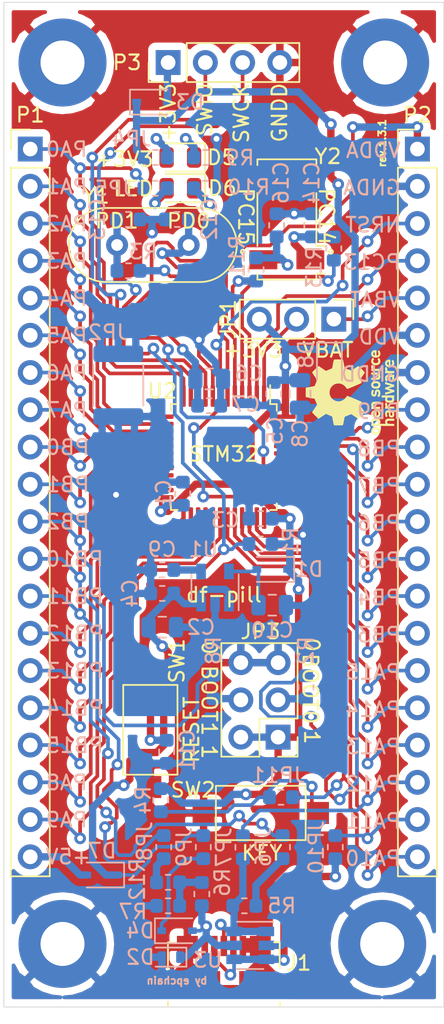
<source format=kicad_pcb>
(kicad_pcb (version 20171130) (host pcbnew "(5.1.5)-3")
  (title_block (title df-pill) (date 2021-01-08) (rev 1.3.1) (company "by epchain") (comment 1 "Bluepill-like board with enhanced capabilities"))
  (layers (0 F.Cu signal) (31 B.Cu signal) (34 B.Paste user) (35 F.Paste user) (36 B.SilkS user) (37 F.SilkS user) (38 B.Mask user) (39 F.Mask user) (44 Edge.Cuts user))
  (net 0 "")
  (net 1 GNDD)
  (net 2 +5V)
  (net 3 GNDA)
  (net 4 VDDA)
  (net 5 "Net-(C9-Pad1)")
  (net 6 "Net-(C10-Pad1)")
  (net 7 /RESET)
  (net 8 /PD0)
  (net 9 "Net-(C13-Pad1)")
  (net 10 /PC14)
  (net 11 "Net-(C16-Pad1)")
  (net 12 "Net-(D2-Pad1)")
  (net 13 "Net-(D3-Pad2)")
  (net 14 "Net-(D4-Pad1)")
  (net 15 "Net-(D5-Pad2)")
  (net 16 "Net-(D5-Pad1)")
  (net 17 "Net-(D6-Pad2)")
  (net 18 "Net-(D6-Pad1)")
  (net 19 "Net-(J1-Pad4)")
  (net 20 "Net-(J1-Pad3)")
  (net 21 "Net-(J1-Pad2)")
  (net 22 /VBAT)
  (net 23 "Net-(JP3-Pad2)")
  (net 24 /PA0)
  (net 25 /PB11)
  (net 26 /PA12)
  (net 27 /PB10)
  (net 28 /PA11)
  (net 29 /PA1)
  (net 30 /PD1)
  (net 31 /PC15)
  (net 32 /PC13)
  (net 33 /PA15)
  (net 34 /PA14)
  (net 35 /PA13)
  (net 36 /PA10)
  (net 37 /PA9)
  (net 38 /PA8)
  (net 39 /PA7)
  (net 40 /PA6)
  (net 41 /PA5)
  (net 42 /PA4)
  (net 43 /PA3)
  (net 44 /PA2)
  (net 45 /PB15)
  (net 46 /PB14)
  (net 47 /PB13)
  (net 48 /PB12)
  (net 49 /PB9)
  (net 50 /PB8)
  (net 51 /PB7)
  (net 52 /PB6)
  (net 53 /PB5)
  (net 54 /PB4)
  (net 55 /PB3)
  (net 56 /PB2)
  (net 57 /PB1)
  (net 58 /PB0)
  (net 59 /BOOT0)
  (net 60 "Net-(Y2-Pad3)")
  (net 61 "Net-(Y2-Pad2)")
  (net 62 "Net-(JP3-Pad5)")
  (net 63 "Net-(JP6-Pad2)")
  (net 64 "Net-(JP8-Pad2)")
  (net 65 "Net-(JP1-Pad2)")
  (net 66 VDD)
  (net 67 "Net-(D7-Pad2)")
  (net 68 "Net-(D8-Pad2)")
  (net 69 "Net-(R12-Pad2)")
  (net 70 "Net-(C14-Pad1)")
  (net 71 "Net-(JP11-Pad2)")
  (module fp:R_0603_1608Metric (layer B.Cu) (at 148.8 94.83 180)
    (fp_text reference R1 (at -2.06 0.18 90) (layer B.SilkS) (effects (justify mirror)))
    (fp_text value 10K)
    (pad 2 smd roundrect (at 0.7875 0 180) (size 0.875 0.95) (layers B.Cu B.Paste B.Mask) (net 7 /RESET))
    (pad 1 smd roundrect (at -0.7875 0 180) (size 0.875 0.95) (layers B.Cu B.Paste B.Mask) (net 66 VDD))
  )
  (module fp:R_0603_1608Metric (layer B.Cu) (at 153.8 74.6875 270)
    (fp_text reference R13 (at 1.2625 1.35 270) (layer B.SilkS) (effects (justify mirror)))
    (fp_text value 0)
    (pad 2 smd roundrect (at 0.7875 0 270) (size 0.875 0.95) (layers B.Cu B.Paste B.Mask) (net 10 /PC14))
    (pad 1 smd roundrect (at -0.7875 0 270) (size 0.875 0.95) (layers B.Cu B.Paste B.Mask) (net 70 "Net-(C14-Pad1)"))
  )
  (module fp:D_SOD-323 (layer B.Cu) (at 153.5 82.6 270)
    (fp_text reference D8 (at -0.7 1.6 90) (layer B.SilkS) (effects (justify mirror)))
    (fp_text value BAT60A)
    (pad 2 smd rect (at 1.05 0 270) (size 0.6 0.45) (layers B.Cu B.Paste B.Mask) (net 68 "Net-(D8-Pad2)"))
    (pad 1 smd rect (at -1.05 0 270) (size 0.6 0.45) (layers B.Cu B.Paste B.Mask) (net 66 VDD))
  )
  (module fp:D_SOD-323 (layer B.Cu) (at 138 117.4 180)
    (fp_text reference D7 (at 0 1.65) (layer B.SilkS) (effects (justify mirror)))
    (fp_text value BAT60A)
    (pad 2 smd rect (at 1.05 0 180) (size 0.6 0.45) (layers B.Cu B.Paste B.Mask) (net 67 "Net-(D7-Pad2)"))
    (pad 1 smd rect (at -1.05 0 180) (size 0.6 0.45) (layers B.Cu B.Paste B.Mask) (net 2 +5V))
  )
  (module fp:D_SOD-323 (layer B.Cu) (at 143.1 121.2)
    (fp_text reference D4 (at -2.5 0) (layer B.SilkS) (effects (justify mirror)))
    (fp_text value BAT60A)
    (pad 2 smd rect (at 1.05 0) (size 0.6 0.45) (layers B.Cu B.Paste B.Mask) (net 12 "Net-(D2-Pad1)"))
    (pad 1 smd rect (at -1.05 0) (size 0.6 0.45) (layers B.Cu B.Paste B.Mask) (net 14 "Net-(D4-Pad1)"))
  )
  (module fp:D_SOD-323 (layer B.Cu) (at 149.6 96.562 180)
    (fp_text reference D1 (at -2.5 0.012) (layer B.SilkS) (effects (justify mirror)))
    (fp_text value BAT60A)
    (pad 2 smd rect (at 1.05 0 180) (size 0.6 0.45) (layers B.Cu B.Paste B.Mask) (net 6 "Net-(C10-Pad1)"))
    (pad 1 smd rect (at -1.05 0 180) (size 0.6 0.45) (layers B.Cu B.Paste B.Mask) (net 66 VDD))
  )
  (module fp:D_SOD-323 (layer B.Cu) (at 141.4 64.7)
    (fp_text reference D3 (at 2.6 0) (layer B.SilkS) (effects (justify mirror)))
    (fp_text value BAT60A)
    (pad 2 smd rect (at 1.05 0) (size 0.6 0.45) (layers B.Cu B.Paste B.Mask) (net 13 "Net-(D3-Pad2)"))
    (pad 1 smd rect (at -1.05 0) (size 0.6 0.45) (layers B.Cu B.Paste B.Mask) (net 66 VDD))
  )
  (module fp:R_0603_1608Metric (layer B.Cu) (at 142.5 117.9)
    (fp_text reference R12 (at -2.1 -0.2 90) (layer B.SilkS) (effects (justify mirror)))
    (fp_text value 10K)
    (pad 2 smd roundrect (at 0.7875 0) (size 0.875 0.95) (layers B.Cu B.Paste B.Mask) (net 69 "Net-(R12-Pad2)"))
    (pad 1 smd roundrect (at -0.7875 0) (size 0.875 0.95) (layers B.Cu B.Paste B.Mask) (net 64 "Net-(JP8-Pad2)"))
  )
  (module fp:OSHW-Logo_5.7x6mm_SilkScreen (layer F.Cu) (at 154.9 84.5 90)
    (fp_text reference REF** hide)
    (fp_text value OSHW-Logo_5.7x6mm_SilkScreen hide)
  )
  (module fp:PinHeader_1x03_P2.54mm_Vertical (layer F.Cu) (at 153.8 79.5 270)
    (fp_text reference JP1 (at 0 7.2 90) (layer F.SilkS))
    (fp_text value BAT_VDD)
    (pad 3 thru_hole oval (at 0 5.08 270) (size 1.7 1.7) (drill 1) (layers *.Cu *.Mask) (net 66 VDD))
    (pad 2 thru_hole oval (at 0 2.54 270) (size 1.7 1.7) (drill 1) (layers *.Cu *.Mask) (net 65 "Net-(JP1-Pad2)"))
    (pad 1 thru_hole rect (at 0 0 270) (size 1.7 1.7) (drill 1) (layers *.Cu *.Mask) (net 22 /VBAT))
  )
  (module fp:Crystal_HC49-4H_Vertical (layer F.Cu) (at 143.9 74.4418 180)
    (fp_text reference Y1 (at 6.3 3.3418) (layer F.SilkS))
    (fp_text value 8MHz)
    (pad 2 thru_hole circle (at 4.88 0 180) (size 1.5 1.5) (drill 0.8) (layers *.Cu *.Mask) (net 9 "Net-(C13-Pad1)"))
    (pad 1 thru_hole circle (at 0 0 180) (size 1.5 1.5) (drill 0.8) (layers *.Cu *.Mask) (net 8 /PD0))
  )
  (module fp:USB_Micro-B_Molex_47346-0001 (layer F.Cu) (at 146.3 123.7)
    (fp_text reference J1 (at 5.1 -0.3 180) (layer F.SilkS))
    (fp_text value USB_B_Micro)
    (pad 6 smd rect (at 1.55 1.2) (size 1 1.9) (layers F.Cu F.Paste F.Mask) (net 1 GNDD))
    (pad 6 smd rect (at -1.15 1.2) (size 1.8 1.9) (layers F.Cu F.Paste F.Mask) (net 1 GNDD))
    (pad 6 smd rect (at 3.375 1.2) (size 1.65 1.3) (layers F.Cu F.Paste F.Mask) (net 1 GNDD))
    (pad 6 smd rect (at -3.375 1.2) (size 1.65 1.3) (layers F.Cu F.Paste F.Mask) (net 1 GNDD))
    (pad 6 smd rect (at 2.4875 -1.375) (size 1.425 1.55) (layers F.Cu F.Paste F.Mask) (net 1 GNDD))
    (pad 6 smd rect (at -2.4875 -1.375) (size 1.425 1.55) (layers F.Cu F.Paste F.Mask) (net 1 GNDD))
    (pad 5 smd rect (at 1.3 -1.46) (size 0.45 1.38) (layers F.Cu F.Paste F.Mask) (net 1 GNDD))
    (pad 4 smd rect (at 0.65 -1.46) (size 0.45 1.38) (layers F.Cu F.Paste F.Mask) (net 19 "Net-(J1-Pad4)"))
    (pad 3 smd rect (at 0 -1.46) (size 0.45 1.38) (layers F.Cu F.Paste F.Mask) (net 20 "Net-(J1-Pad3)"))
    (pad 2 smd rect (at -0.65 -1.46) (size 0.45 1.38) (layers F.Cu F.Paste F.Mask) (net 21 "Net-(J1-Pad2)"))
    (pad 1 smd rect (at -1.3 -1.46) (size 0.45 1.38) (layers F.Cu F.Paste F.Mask) (net 12 "Net-(D2-Pad1)"))
  )
  (module fp:C_0603_1608Metric (layer B.Cu) (at 139.7875 72.7)
    (fp_text reference C13 (at -2.1125 0 -90) (layer B.SilkS) (effects (justify mirror)))
    (fp_text value 20pF)
    (pad 2 smd roundrect (at 0.7875 0) (size 0.875 0.95) (layers B.Cu B.Paste B.Mask) (net 1 GNDD))
    (pad 1 smd roundrect (at -0.7875 0) (size 0.875 0.95) (layers B.Cu B.Paste B.Mask) (net 9 "Net-(C13-Pad1)"))
  )
  (module fp:R_0603_1608Metric (layer B.Cu) (at 150.3 115.5 270)
    (fp_text reference JP6 (at 0 1.3 270) (layer B.SilkS) (effects (justify mirror)))
    (fp_text value 0)
    (pad 2 smd roundrect (at 0.7875 0 270) (size 0.875 0.95) (layers B.Cu B.Paste B.Mask) (net 63 "Net-(JP6-Pad2)"))
    (pad 1 smd roundrect (at -0.7875 0 270) (size 0.875 0.95) (layers B.Cu B.Paste B.Mask) (net 25 /PB11))
  )
  (module fp:R_0603_1608Metric (layer B.Cu) (at 144.8 118.7 270)
    (fp_text reference R6 (at -0.8 -1.4 270) (layer B.SilkS) (effects (justify mirror)))
    (fp_text value 10K)
    (pad 2 smd roundrect (at 0.7875 0 270) (size 0.875 0.95) (layers B.Cu B.Paste B.Mask) (net 12 "Net-(D2-Pad1)"))
    (pad 1 smd roundrect (at -0.7875 0 270) (size 0.875 0.95) (layers B.Cu B.Paste B.Mask) (net 69 "Net-(R12-Pad2)"))
  )
  (module fp:LQFP-48_7x7mm_P0.5mm (layer F.Cu) (at 146.3 88.9 270)
    (fp_text reference U2 (at -4.5 5.3) (layer F.SilkS) (effects (justify left)))
    (fp_text value STM32F103C8Tx)
    (pad 48 smd roundrect (at -2.75 -4.1625 270) (size 0.3 1.475) (layers F.Cu F.Paste F.Mask) (net 66 VDD))
    (pad 47 smd roundrect (at -2.25 -4.1625 270) (size 0.3 1.475) (layers F.Cu F.Paste F.Mask) (net 1 GNDD))
    (pad 46 smd roundrect (at -1.75 -4.1625 270) (size 0.3 1.475) (layers F.Cu F.Paste F.Mask) (net 49 /PB9))
    (pad 45 smd roundrect (at -1.25 -4.1625 270) (size 0.3 1.475) (layers F.Cu F.Paste F.Mask) (net 50 /PB8))
    (pad 44 smd roundrect (at -0.75 -4.1625 270) (size 0.3 1.475) (layers F.Cu F.Paste F.Mask) (net 59 /BOOT0))
    (pad 43 smd roundrect (at -0.25 -4.1625 270) (size 0.3 1.475) (layers F.Cu F.Paste F.Mask) (net 51 /PB7))
    (pad 42 smd roundrect (at 0.25 -4.1625 270) (size 0.3 1.475) (layers F.Cu F.Paste F.Mask) (net 52 /PB6))
    (pad 41 smd roundrect (at 0.75 -4.1625 270) (size 0.3 1.475) (layers F.Cu F.Paste F.Mask) (net 53 /PB5))
    (pad 40 smd roundrect (at 1.25 -4.1625 270) (size 0.3 1.475) (layers F.Cu F.Paste F.Mask) (net 54 /PB4))
    (pad 39 smd roundrect (at 1.75 -4.1625 270) (size 0.3 1.475) (layers F.Cu F.Paste F.Mask) (net 55 /PB3))
    (pad 38 smd roundrect (at 2.25 -4.1625 270) (size 0.3 1.475) (layers F.Cu F.Paste F.Mask) (net 33 /PA15))
    (pad 37 smd roundrect (at 2.75 -4.1625 270) (size 0.3 1.475) (layers F.Cu F.Paste F.Mask) (net 34 /PA14))
    (pad 36 smd roundrect (at 4.1625 -2.75 270) (size 1.475 0.3) (layers F.Cu F.Paste F.Mask) (net 66 VDD))
    (pad 35 smd roundrect (at 4.1625 -2.25 270) (size 1.475 0.3) (layers F.Cu F.Paste F.Mask) (net 1 GNDD))
    (pad 34 smd roundrect (at 4.1625 -1.75 270) (size 1.475 0.3) (layers F.Cu F.Paste F.Mask) (net 35 /PA13))
    (pad 33 smd roundrect (at 4.1625 -1.25 270) (size 1.475 0.3) (layers F.Cu F.Paste F.Mask) (net 26 /PA12))
    (pad 32 smd roundrect (at 4.1625 -0.75 270) (size 1.475 0.3) (layers F.Cu F.Paste F.Mask) (net 28 /PA11))
    (pad 31 smd roundrect (at 4.1625 -0.25 270) (size 1.475 0.3) (layers F.Cu F.Paste F.Mask) (net 36 /PA10))
    (pad 30 smd roundrect (at 4.1625 0.25 270) (size 1.475 0.3) (layers F.Cu F.Paste F.Mask) (net 37 /PA9))
    (pad 29 smd roundrect (at 4.1625 0.75 270) (size 1.475 0.3) (layers F.Cu F.Paste F.Mask) (net 38 /PA8))
    (pad 28 smd roundrect (at 4.1625 1.25 270) (size 1.475 0.3) (layers F.Cu F.Paste F.Mask) (net 45 /PB15))
    (pad 27 smd roundrect (at 4.1625 1.75 270) (size 1.475 0.3) (layers F.Cu F.Paste F.Mask) (net 46 /PB14))
    (pad 26 smd roundrect (at 4.1625 2.25 270) (size 1.475 0.3) (layers F.Cu F.Paste F.Mask) (net 47 /PB13))
    (pad 25 smd roundrect (at 4.1625 2.75 270) (size 1.475 0.3) (layers F.Cu F.Paste F.Mask) (net 48 /PB12))
    (pad 24 smd roundrect (at 2.75 4.1625 270) (size 0.3 1.475) (layers F.Cu F.Paste F.Mask) (net 66 VDD))
    (pad 23 smd roundrect (at 2.25 4.1625 270) (size 0.3 1.475) (layers F.Cu F.Paste F.Mask) (net 1 GNDD))
    (pad 22 smd roundrect (at 1.75 4.1625 270) (size 0.3 1.475) (layers F.Cu F.Paste F.Mask) (net 25 /PB11))
    (pad 21 smd roundrect (at 1.25 4.1625 270) (size 0.3 1.475) (layers F.Cu F.Paste F.Mask) (net 27 /PB10))
    (pad 20 smd roundrect (at 0.75 4.1625 270) (size 0.3 1.475) (layers F.Cu F.Paste F.Mask) (net 56 /PB2))
    (pad 19 smd roundrect (at 0.25 4.1625 270) (size 0.3 1.475) (layers F.Cu F.Paste F.Mask) (net 57 /PB1))
    (pad 18 smd roundrect (at -0.25 4.1625 270) (size 0.3 1.475) (layers F.Cu F.Paste F.Mask) (net 58 /PB0))
    (pad 17 smd roundrect (at -0.75 4.1625 270) (size 0.3 1.475) (layers F.Cu F.Paste F.Mask) (net 39 /PA7))
    (pad 16 smd roundrect (at -1.25 4.1625 270) (size 0.3 1.475) (layers F.Cu F.Paste F.Mask) (net 40 /PA6))
    (pad 15 smd roundrect (at -1.75 4.1625 270) (size 0.3 1.475) (layers F.Cu F.Paste F.Mask) (net 41 /PA5))
    (pad 14 smd roundrect (at -2.25 4.1625 270) (size 0.3 1.475) (layers F.Cu F.Paste F.Mask) (net 42 /PA4))
    (pad 13 smd roundrect (at -2.75 4.1625 270) (size 0.3 1.475) (layers F.Cu F.Paste F.Mask) (net 43 /PA3))
    (pad 12 smd roundrect (at -4.1625 2.75 270) (size 1.475 0.3) (layers F.Cu F.Paste F.Mask) (net 44 /PA2))
    (pad 11 smd roundrect (at -4.1625 2.25 270) (size 1.475 0.3) (layers F.Cu F.Paste F.Mask) (net 29 /PA1))
    (pad 10 smd roundrect (at -4.1625 1.75 270) (size 1.475 0.3) (layers F.Cu F.Paste F.Mask) (net 24 /PA0))
    (pad 9 smd roundrect (at -4.1625 1.25 270) (size 1.475 0.3) (layers F.Cu F.Paste F.Mask) (net 4 VDDA))
    (pad 8 smd roundrect (at -4.1625 0.75 270) (size 1.475 0.3) (layers F.Cu F.Paste F.Mask) (net 3 GNDA))
    (pad 7 smd roundrect (at -4.1625 0.25 270) (size 1.475 0.3) (layers F.Cu F.Paste F.Mask) (net 7 /RESET))
    (pad 6 smd roundrect (at -4.1625 -0.25 270) (size 1.475 0.3) (layers F.Cu F.Paste F.Mask) (net 30 /PD1))
    (pad 5 smd roundrect (at -4.1625 -0.75 270) (size 1.475 0.3) (layers F.Cu F.Paste F.Mask) (net 8 /PD0))
    (pad 4 smd roundrect (at -4.1625 -1.25 270) (size 1.475 0.3) (layers F.Cu F.Paste F.Mask) (net 31 /PC15))
    (pad 3 smd roundrect (at -4.1625 -1.75 270) (size 1.475 0.3) (layers F.Cu F.Paste F.Mask) (net 10 /PC14))
    (pad 2 smd roundrect (at -4.1625 -2.25 270) (size 1.475 0.3) (layers F.Cu F.Paste F.Mask) (net 32 /PC13))
    (pad 1 smd roundrect (at -4.1625 -2.75 270) (size 1.475 0.3) (layers F.Cu F.Paste F.Mask) (net 65 "Net-(JP1-Pad2)"))
  )
  (module fp:PinHeader_1x04_P2.54mm_Vertical (layer F.Cu) (at 142.5 62 90)
    (fp_text reference P3 (at 0 -2.8 180) (layer F.SilkS))
    (fp_text value Connector_SWD)
    (pad 4 thru_hole oval (at 0 7.62 90) (size 1.7 1.7) (drill 1) (layers *.Cu *.Mask) (net 1 GNDD))
    (pad 3 thru_hole oval (at 0 5.08 90) (size 1.7 1.7) (drill 1) (layers *.Cu *.Mask) (net 34 /PA14))
    (pad 2 thru_hole oval (at 0 2.54 90) (size 1.7 1.7) (drill 1) (layers *.Cu *.Mask) (net 35 /PA13))
    (pad 1 thru_hole rect (at 0 0 90) (size 1.7 1.7) (drill 1) (layers *.Cu *.Mask) (net 13 "Net-(D3-Pad2)"))
  )
  (module fp:SW_SPST_CK_RS282G05A3 (layer F.Cu) (at 148.82 113.17)
    (fp_text reference SW2 (at -4.62 -1.57 180) (layer F.SilkS))
    (fp_text value KEY)
    (pad 2 smd rect (at 3.9 0) (size 1.5 1.5) (layers F.Cu F.Paste F.Mask) (net 71 "Net-(JP11-Pad2)"))
    (pad 1 smd rect (at -3.9 0) (size 1.5 1.5) (layers F.Cu F.Paste F.Mask) (net 1 GNDD))
  )
  (module fp:R_0603_1608Metric (layer B.Cu) (at 142 112.3 90)
    (fp_text reference R4 (at 0 -1.2 90) (layer B.SilkS) (effects (justify mirror)))
    (fp_text value 10K)
    (pad 2 smd roundrect (at 0.7875 0 90) (size 0.875 0.95) (layers B.Cu B.Paste B.Mask) (net 66 VDD))
    (pad 1 smd roundrect (at -0.7875 0 90) (size 0.875 0.95) (layers B.Cu B.Paste B.Mask) (net 71 "Net-(JP11-Pad2)"))
  )
  (module fp:R_0603_1608Metric (layer B.Cu) (at 150.2 112.1 180)
    (fp_text reference JP11 (at 0.2 1.5) (layer B.SilkS) (effects (justify mirror)))
    (fp_text value 0)
    (pad 2 smd roundrect (at 0.7875 0 180) (size 0.875 0.95) (layers B.Cu B.Paste B.Mask) (net 71 "Net-(JP11-Pad2)"))
    (pad 1 smd roundrect (at -0.7875 0 180) (size 0.875 0.95) (layers B.Cu B.Paste B.Mask) (net 36 /PA10))
  )
  (module fp:C_0805_2012Metric (layer B.Cu) (at 151.5 84.6 270)
    (fp_text reference C8 (at 2.7 0 90) (layer B.SilkS) (effects (justify mirror)))
    (fp_text value 4.7uF)
    (pad 2 smd roundrect (at 0.9375 0 270) (size 0.975 1.4) (layers B.Cu B.Paste B.Mask) (net 1 GNDD))
    (pad 1 smd roundrect (at -0.9375 0 270) (size 0.975 1.4) (layers B.Cu B.Paste B.Mask) (net 66 VDD))
  )
  (module fp:C_0603_1608Metric (layer B.Cu) (at 145.3 85.4)
    (fp_text reference C7 (at 2.5 -0.1) (layer B.SilkS) (effects (justify mirror)))
    (fp_text value 10nF)
    (pad 2 smd roundrect (at 0.7875 0) (size 0.875 0.95) (layers B.Cu B.Paste B.Mask) (net 3 GNDA))
    (pad 1 smd roundrect (at -0.7875 0) (size 0.875 0.95) (layers B.Cu B.Paste B.Mask) (net 4 VDDA))
  )
  (module fp:C_0805_2012Metric (layer B.Cu) (at 145.3 83.5736)
    (fp_text reference C6 (at 2.6949 -0.3736) (layer B.SilkS) (effects (justify mirror)))
    (fp_text value 1uF)
    (pad 2 smd roundrect (at 0.9375 0) (size 0.975 1.4) (layers B.Cu B.Paste B.Mask) (net 3 GNDA))
    (pad 1 smd roundrect (at -0.9375 0) (size 0.975 1.4) (layers B.Cu B.Paste B.Mask) (net 4 VDDA))
  )
  (module fp:C_0603_1608Metric (layer B.Cu) (at 149.7 84.6 270)
    (fp_text reference C5 (at 2.5 -0.1 90) (layer B.SilkS) (effects (justify mirror)))
    (fp_text value 100nF)
    (pad 2 smd roundrect (at 0.7875 0 270) (size 0.875 0.95) (layers B.Cu B.Paste B.Mask) (net 1 GNDD))
    (pad 1 smd roundrect (at -0.7875 0 270) (size 0.875 0.95) (layers B.Cu B.Paste B.Mask) (net 66 VDD))
  )
  (module fp:PinHeader_1x20_P2.54mm_Vertical (layer F.Cu) (at 159.5 67.9)
    (fp_text reference P2 (at 0 -2.33) (layer F.SilkS))
    (fp_text value Connector_B)
    (pad 20 thru_hole oval (at 0 48.26) (size 1.7 1.7) (drill 1) (layers *.Cu *.Mask) (net 36 /PA10))
    (pad 19 thru_hole oval (at 0 45.72) (size 1.7 1.7) (drill 1) (layers *.Cu *.Mask) (net 28 /PA11))
    (pad 18 thru_hole oval (at 0 43.18) (size 1.7 1.7) (drill 1) (layers *.Cu *.Mask) (net 26 /PA12))
    (pad 17 thru_hole oval (at 0 40.64) (size 1.7 1.7) (drill 1) (layers *.Cu *.Mask) (net 35 /PA13))
    (pad 16 thru_hole oval (at 0 38.1) (size 1.7 1.7) (drill 1) (layers *.Cu *.Mask) (net 34 /PA14))
    (pad 15 thru_hole oval (at 0 35.56) (size 1.7 1.7) (drill 1) (layers *.Cu *.Mask) (net 33 /PA15))
    (pad 14 thru_hole oval (at 0 33.02) (size 1.7 1.7) (drill 1) (layers *.Cu *.Mask) (net 55 /PB3))
    (pad 13 thru_hole oval (at 0 30.48) (size 1.7 1.7) (drill 1) (layers *.Cu *.Mask) (net 54 /PB4))
    (pad 12 thru_hole oval (at 0 27.94) (size 1.7 1.7) (drill 1) (layers *.Cu *.Mask) (net 53 /PB5))
    (pad 11 thru_hole oval (at 0 25.4) (size 1.7 1.7) (drill 1) (layers *.Cu *.Mask) (net 52 /PB6))
    (pad 10 thru_hole oval (at 0 22.86) (size 1.7 1.7) (drill 1) (layers *.Cu *.Mask) (net 51 /PB7))
    (pad 9 thru_hole oval (at 0 20.32) (size 1.7 1.7) (drill 1) (layers *.Cu *.Mask) (net 50 /PB8))
    (pad 8 thru_hole oval (at 0 17.78) (size 1.7 1.7) (drill 1) (layers *.Cu *.Mask) (net 49 /PB9))
    (pad 7 thru_hole oval (at 0 15.24) (size 1.7 1.7) (drill 1) (layers *.Cu *.Mask) (net 1 GNDD))
    (pad 6 thru_hole oval (at 0 12.7) (size 1.7 1.7) (drill 1) (layers *.Cu *.Mask) (net 68 "Net-(D8-Pad2)"))
    (pad 5 thru_hole oval (at 0 10.16) (size 1.7 1.7) (drill 1) (layers *.Cu *.Mask) (net 22 /VBAT))
    (pad 4 thru_hole oval (at 0 7.62) (size 1.7 1.7) (drill 1) (layers *.Cu *.Mask) (net 32 /PC13))
    (pad 3 thru_hole oval (at 0 5.08) (size 1.7 1.7) (drill 1) (layers *.Cu *.Mask) (net 7 /RESET))
    (pad 2 thru_hole oval (at 0 2.54) (size 1.7 1.7) (drill 1) (layers *.Cu *.Mask) (net 3 GNDA))
    (pad 1 thru_hole rect (at 0 0) (size 1.7 1.7) (drill 1) (layers *.Cu *.Mask) (net 4 VDDA))
  )
  (module fp:PinHeader_1x20_P2.54mm_Vertical (layer F.Cu) (at 133.1 67.9)
    (fp_text reference P1 (at 0 -2.33) (layer F.SilkS))
    (fp_text value Connector_A)
    (pad 20 thru_hole oval (at 0 48.26) (size 1.7 1.7) (drill 1) (layers *.Cu *.Mask) (net 67 "Net-(D7-Pad2)"))
    (pad 19 thru_hole oval (at 0 45.72) (size 1.7 1.7) (drill 1) (layers *.Cu *.Mask) (net 37 /PA9))
    (pad 18 thru_hole oval (at 0 43.18) (size 1.7 1.7) (drill 1) (layers *.Cu *.Mask) (net 38 /PA8))
    (pad 17 thru_hole oval (at 0 40.64) (size 1.7 1.7) (drill 1) (layers *.Cu *.Mask) (net 45 /PB15))
    (pad 16 thru_hole oval (at 0 38.1) (size 1.7 1.7) (drill 1) (layers *.Cu *.Mask) (net 46 /PB14))
    (pad 15 thru_hole oval (at 0 35.56) (size 1.7 1.7) (drill 1) (layers *.Cu *.Mask) (net 47 /PB13))
    (pad 14 thru_hole oval (at 0 33.02) (size 1.7 1.7) (drill 1) (layers *.Cu *.Mask) (net 48 /PB12))
    (pad 13 thru_hole oval (at 0 30.48) (size 1.7 1.7) (drill 1) (layers *.Cu *.Mask) (net 25 /PB11))
    (pad 12 thru_hole oval (at 0 27.94) (size 1.7 1.7) (drill 1) (layers *.Cu *.Mask) (net 27 /PB10))
    (pad 11 thru_hole oval (at 0 25.4) (size 1.7 1.7) (drill 1) (layers *.Cu *.Mask) (net 56 /PB2))
    (pad 10 thru_hole oval (at 0 22.86) (size 1.7 1.7) (drill 1) (layers *.Cu *.Mask) (net 57 /PB1))
    (pad 9 thru_hole oval (at 0 20.32) (size 1.7 1.7) (drill 1) (layers *.Cu *.Mask) (net 58 /PB0))
    (pad 8 thru_hole oval (at 0 17.78) (size 1.7 1.7) (drill 1) (layers *.Cu *.Mask) (net 39 /PA7))
    (pad 7 thru_hole oval (at 0 15.24) (size 1.7 1.7) (drill 1) (layers *.Cu *.Mask) (net 40 /PA6))
    (pad 6 thru_hole oval (at 0 12.7) (size 1.7 1.7) (drill 1) (layers *.Cu *.Mask) (net 41 /PA5))
    (pad 5 thru_hole oval (at 0 10.16) (size 1.7 1.7) (drill 1) (layers *.Cu *.Mask) (net 42 /PA4))
    (pad 4 thru_hole oval (at 0 7.62) (size 1.7 1.7) (drill 1) (layers *.Cu *.Mask) (net 43 /PA3))
    (pad 3 thru_hole oval (at 0 5.08) (size 1.7 1.7) (drill 1) (layers *.Cu *.Mask) (net 44 /PA2))
    (pad 2 thru_hole oval (at 0 2.54) (size 1.7 1.7) (drill 1) (layers *.Cu *.Mask) (net 29 /PA1))
    (pad 1 thru_hole rect (at 0 0) (size 1.7 1.7) (drill 1) (layers *.Cu *.Mask) (net 24 /PA0))
  )
  (module fp:Crystal_SMD_Abracon_ABS25-4Pin_8.0x3.8mm (layer F.Cu) (at 150.6 72.7 180)
    (fp_text reference Y2 (at -2.8 4.3) (layer F.SilkS))
    (fp_text value 32.768KHz)
    (pad 4 smd rect (at 1.6 -2.75 90) (size 1.3 1.9) (layers F.Cu F.Paste F.Mask) (net 11 "Net-(C16-Pad1)"))
    (pad 3 smd rect (at 1.6 2.75 90) (size 1.3 1.9) (layers F.Cu F.Paste F.Mask) (net 60 "Net-(Y2-Pad3)"))
    (pad 2 smd rect (at -1.6 2.75 90) (size 1.3 1.9) (layers F.Cu F.Paste F.Mask) (net 61 "Net-(Y2-Pad2)"))
    (pad 1 smd rect (at -1.6 -2.75 90) (size 1.3 1.9) (layers F.Cu F.Paste F.Mask) (net 70 "Net-(C14-Pad1)"))
  )
  (module fp:D_1610Metric (layer B.Cu) (at 142.7 123 180)
    (fp_text reference D2 (at 2.1 0) (layer B.SilkS) (effects (justify mirror)))
    (fp_text value ESDA7P60-1U1M)
    (pad 2 smd roundrect (at 0.625 0 180) (size 0.55 0.8) (layers B.Cu B.Paste B.Mask) (roundrect_rratio 0.2) (net 1 GNDD))
    (pad 1 smd roundrect (at -0.625 0 180) (size 0.55 0.8) (layers B.Cu B.Paste B.Mask) (roundrect_rratio 0.2) (net 12 "Net-(D2-Pad1)"))
  )
  (module fp:R_0603_1608Metric (layer B.Cu) (at 153.9 115.5 270)
    (fp_text reference JP10 (at 0 1.3 270) (layer B.SilkS) (effects (justify mirror)))
    (fp_text value 0)
    (pad 2 smd roundrect (at 0.7875 0 270) (size 0.875 0.95) (layers B.Cu B.Paste B.Mask) (net 21 "Net-(J1-Pad2)"))
    (pad 1 smd roundrect (at -0.7875 0 270) (size 0.875 0.95) (layers B.Cu B.Paste B.Mask) (net 28 /PA11))
  )
  (module fp:R_0603_1608Metric (layer B.Cu) (at 144.9 115.5 270)
    (fp_text reference JP9 (at 0 1.3 270) (layer B.SilkS) (effects (justify mirror)))
    (fp_text value 0)
    (pad 2 smd roundrect (at 0.7875 0 270) (size 0.875 0.95) (layers B.Cu B.Paste B.Mask) (net 14 "Net-(D4-Pad1)"))
    (pad 1 smd roundrect (at -0.7875 0 270) (size 0.875 0.95) (layers B.Cu B.Paste B.Mask) (net 2 +5V))
  )
  (module fp:R_0603_1608Metric (layer B.Cu) (at 142.2 115.5 270)
    (fp_text reference JP8 (at -0.4 1.3 270) (layer B.SilkS) (effects (justify mirror)))
    (fp_text value 0)
    (pad 2 smd roundrect (at 0.7875 0 270) (size 0.875 0.95) (layers B.Cu B.Paste B.Mask) (net 64 "Net-(JP8-Pad2)"))
    (pad 1 smd roundrect (at -0.7875 0 270) (size 0.875 0.95) (layers B.Cu B.Paste B.Mask) (net 27 /PB10))
  )
  (module fp:R_0603_1608Metric (layer B.Cu) (at 147.6 115.5125 270)
    (fp_text reference JP7 (at 0 1.3 270) (layer B.SilkS) (effects (justify mirror)))
    (fp_text value 0)
    (pad 2 smd roundrect (at 0.7875 0 270) (size 0.875 0.95) (layers B.Cu B.Paste B.Mask) (net 20 "Net-(J1-Pad3)"))
    (pad 1 smd roundrect (at -0.7875 0 270) (size 0.875 0.95) (layers B.Cu B.Paste B.Mask) (net 26 /PA12))
  )
  (module fp:R_0603_1608Metric (layer B.Cu) (at 141.635 70.573 180)
    (fp_text reference JP5 (at 2.835 -0.027 180) (layer B.SilkS) (effects (justify mirror)))
    (fp_text value 0)
    (pad 2 smd roundrect (at 0.7875 0 180) (size 0.875 0.95) (layers B.Cu B.Paste B.Mask) (net 24 /PA0))
    (pad 1 smd roundrect (at -0.7875 0 180) (size 0.875 0.95) (layers B.Cu B.Paste B.Mask) (net 17 "Net-(D6-Pad2)"))
  )
  (module fp:R_0603_1608Metric (layer B.Cu) (at 141.6475 68.473 180)
    (fp_text reference JP4 (at 1.6475 1.273) (layer B.SilkS) (effects (justify mirror)))
    (fp_text value 0)
    (pad 2 smd roundrect (at 0.7875 0 180) (size 0.875 0.95) (layers B.Cu B.Paste B.Mask) (net 66 VDD))
    (pad 1 smd roundrect (at -0.7875 0 180) (size 0.875 0.95) (layers B.Cu B.Paste B.Mask) (net 15 "Net-(D5-Pad2)"))
  )
  (module fp:R_1812_4532Metric (layer B.Cu) (at 139.1 84 270)
    (fp_text reference JP2 (at -3.6 0.7 180) (layer B.SilkS) (effects (justify mirror)))
    (fp_text value 0)
    (pad 2 smd roundrect (at 2.1375 0 270) (size 1.125 3.4) (layers B.Cu B.Paste B.Mask) (roundrect_rratio 0.222222) (net 1 GNDD))
    (pad 1 smd roundrect (at -2.1375 0 270) (size 1.125 3.4) (layers B.Cu B.Paste B.Mask) (roundrect_rratio 0.222222) (net 3 GNDA))
  )
  (module fp:MountingHole_3mm_Pad (layer F.Cu) (at 157.1 122.1)
    (fp_text reference "" (at 0 -4) (layer F.SilkS))
    (fp_text value MountingHole_3mm_Pad)
    (pad 1 thru_hole circle (at 0 0) (size 6 6) (drill 3) (layers *.Cu *.Mask) (net 1 GNDD))
  )
  (module fp:MountingHole_3mm_Pad (layer F.Cu) (at 157.3 62)
    (fp_text reference "" (at 0 -4) (layer F.SilkS))
    (fp_text value MountingHole_3mm_Pad)
    (pad 1 thru_hole circle (at 0 0) (size 6 6) (drill 3) (layers *.Cu *.Mask) (net 1 GNDD))
  )
  (module fp:PinHeader_2x03_P2.54mm_Vertical (layer F.Cu) (at 150 108 180)
    (fp_text reference JP3 (at 1.2 7.2) (layer F.SilkS))
    (fp_text value BOOT01)
    (pad 6 thru_hole oval (at 2.54 5.08 180) (size 1.7 1.7) (drill 1) (layers *.Cu *.Mask) (net 1 GNDD))
    (pad 5 thru_hole oval (at 2.54 2.54 180) (size 1.7 1.7) (drill 1) (layers *.Cu *.Mask) (net 62 "Net-(JP3-Pad5)"))
    (pad 4 thru_hole oval (at 2.54 0 180) (size 1.7 1.7) (drill 1) (layers *.Cu *.Mask) (net 66 VDD))
    (pad 3 thru_hole oval (at 0 5.08 180) (size 1.7 1.7) (drill 1) (layers *.Cu *.Mask) (net 1 GNDD))
    (pad 2 thru_hole oval (at 0 2.54 180) (size 1.7 1.7) (drill 1) (layers *.Cu *.Mask) (net 23 "Net-(JP3-Pad2)"))
    (pad 1 thru_hole rect (at 0 0 180) (size 1.7 1.7) (drill 1) (layers *.Cu *.Mask) (net 66 VDD))
  )
  (module fp:SOT-23-6 (layer B.Cu) (at 148.1 122.2 180)
    (fp_text reference U3 (at 2.9 -1) (layer B.SilkS) (effects (justify mirror)))
    (fp_text value USBLC6-2SC6)
    (pad 5 smd rect (at 1.1 0 180) (size 1.06 0.65) (layers B.Cu B.Paste B.Mask) (net 12 "Net-(D2-Pad1)"))
    (pad 6 smd rect (at 1.1 0.95 180) (size 1.06 0.65) (layers B.Cu B.Paste B.Mask) (net 20 "Net-(J1-Pad3)"))
    (pad 4 smd rect (at 1.1 -0.95 180) (size 1.06 0.65) (layers B.Cu B.Paste B.Mask) (net 21 "Net-(J1-Pad2)"))
    (pad 3 smd rect (at -1.1 -0.95 180) (size 1.06 0.65) (layers B.Cu B.Paste B.Mask) (net 21 "Net-(J1-Pad2)"))
    (pad 2 smd rect (at -1.1 0 180) (size 1.06 0.65) (layers B.Cu B.Paste B.Mask) (net 1 GNDD))
    (pad 1 smd rect (at -1.1 0.95 180) (size 1.06 0.65) (layers B.Cu B.Paste B.Mask) (net 20 "Net-(J1-Pad3)"))
  )
  (module fp:SOT-23-5 (layer B.Cu) (at 145.7 97.8 90)
    (fp_text reference U1 (at 2.6 -0.8 180) (layer B.SilkS) (effects (justify mirror)))
    (fp_text value MIC5219-3.3YM5)
    (pad 5 smd rect (at 1.1 0.95 90) (size 1.06 0.65) (layers B.Cu B.Paste B.Mask) (net 6 "Net-(C10-Pad1)"))
    (pad 4 smd rect (at 1.1 -0.95 90) (size 1.06 0.65) (layers B.Cu B.Paste B.Mask) (net 5 "Net-(C9-Pad1)"))
    (pad 3 smd rect (at -1.1 -0.95 90) (size 1.06 0.65) (layers B.Cu B.Paste B.Mask) (net 2 +5V))
    (pad 2 smd rect (at -1.1 0 90) (size 1.06 0.65) (layers B.Cu B.Paste B.Mask) (net 1 GNDD))
    (pad 1 smd rect (at -1.1 0.95 90) (size 1.06 0.65) (layers B.Cu B.Paste B.Mask) (net 2 +5V))
  )
  (module fp:SW_SPST_CK_RS282G05A3 (layer F.Cu) (at 141.2895 107.5 270)
    (fp_text reference SW1 (at -4.7 -1.8105 270) (layer F.SilkS))
    (fp_text value RESET)
    (pad 2 smd rect (at 3.9 0 270) (size 1.5 1.5) (layers F.Cu F.Paste F.Mask) (net 1 GNDD))
    (pad 1 smd rect (at -3.9 0 270) (size 1.5 1.5) (layers F.Cu F.Paste F.Mask) (net 7 /RESET))
  )
  (module fp:R_0603_1608Metric (layer B.Cu) (at 148.5 76.1125 270)
    (fp_text reference R11 (at -0.9125 1.3 90) (layer B.SilkS) (effects (justify mirror)))
    (fp_text value 0)
    (pad 2 smd roundrect (at 0.7875 0 270) (size 0.875 0.95) (layers B.Cu B.Paste B.Mask) (net 31 /PC15))
    (pad 1 smd roundrect (at -0.7875 0 270) (size 0.875 0.95) (layers B.Cu B.Paste B.Mask) (net 11 "Net-(C16-Pad1)"))
  )
  (module fp:R_0603_1608Metric (layer B.Cu) (at 145.035 70.573 180)
    (fp_text reference R10 (at -2.965 0.073) (layer B.SilkS) (effects (justify mirror)))
    (fp_text value 1.1K)
    (pad 2 smd roundrect (at 0.7875 0 180) (size 0.875 0.95) (layers B.Cu B.Paste B.Mask) (net 18 "Net-(D6-Pad1)"))
    (pad 1 smd roundrect (at -0.7875 0 180) (size 0.875 0.95) (layers B.Cu B.Paste B.Mask) (net 1 GNDD))
  )
  (module fp:R_0603_1608Metric (layer B.Cu) (at 145.0475 68.473 180)
    (fp_text reference R9 (at -2.3525 -0.027) (layer B.SilkS) (effects (justify mirror)))
    (fp_text value 1.1K)
    (pad 2 smd roundrect (at 0.7875 0 180) (size 0.875 0.95) (layers B.Cu B.Paste B.Mask) (net 16 "Net-(D5-Pad1)"))
    (pad 1 smd roundrect (at -0.7875 0 180) (size 0.875 0.95) (layers B.Cu B.Paste B.Mask) (net 1 GNDD))
  )
  (module fp:R_0603_1608Metric (layer B.Cu) (at 145.6 104.5875 90)
    (fp_text reference R8 (at 2.4875 0 270) (layer B.SilkS) (effects (justify mirror)))
    (fp_text value 10K)
    (pad 2 smd roundrect (at 0.7875 0 90) (size 0.875 0.95) (layers B.Cu B.Paste B.Mask) (net 56 /PB2))
    (pad 1 smd roundrect (at -0.7875 0 90) (size 0.875 0.95) (layers B.Cu B.Paste B.Mask) (net 62 "Net-(JP3-Pad5)"))
  )
  (module fp:R_0603_1608Metric (layer B.Cu) (at 142.5 119.5 180)
    (fp_text reference R7 (at 2.4 -0.4 180) (layer B.SilkS) (effects (justify mirror)))
    (fp_text value 18K)
    (pad 2 smd roundrect (at 0.7875 0 180) (size 0.875 0.95) (layers B.Cu B.Paste B.Mask) (net 1 GNDD))
    (pad 1 smd roundrect (at -0.7875 0 180) (size 0.875 0.95) (layers B.Cu B.Paste B.Mask) (net 69 "Net-(R12-Pad2)"))
  )
  (module fp:R_0603_1608Metric (layer B.Cu) (at 147.7 119.5 180)
    (fp_text reference R5 (at -2.55 0 180) (layer B.SilkS) (effects (justify mirror)))
    (fp_text value 1.5K)
    (pad 2 smd roundrect (at 0.7875 0 180) (size 0.875 0.95) (layers B.Cu B.Paste B.Mask) (net 20 "Net-(J1-Pad3)"))
    (pad 1 smd roundrect (at -0.7875 0 180) (size 0.875 0.95) (layers B.Cu B.Paste B.Mask) (net 63 "Net-(JP6-Pad2)"))
  )
  (module fp:R_0603_1608Metric (layer B.Cu) (at 139.8 76.2)
    (fp_text reference R3 (at 1 -1.3) (layer B.SilkS) (effects (justify mirror)))
    (fp_text value 390)
    (pad 2 smd roundrect (at 0.7875 0) (size 0.875 0.95) (layers B.Cu B.Paste B.Mask) (net 30 /PD1))
    (pad 1 smd roundrect (at -0.7875 0) (size 0.875 0.95) (layers B.Cu B.Paste B.Mask) (net 9 "Net-(C13-Pad1)"))
  )
  (module fp:R_0603_1608Metric (layer B.Cu) (at 151.9 104.6 90)
    (fp_text reference R2 (at 2.5 0 270) (layer B.SilkS) (effects (justify mirror)))
    (fp_text value 10K)
    (pad 2 smd roundrect (at 0.7875 0 90) (size 0.875 0.95) (layers B.Cu B.Paste B.Mask) (net 59 /BOOT0))
    (pad 1 smd roundrect (at -0.7875 0 90) (size 0.875 0.95) (layers B.Cu B.Paste B.Mask) (net 23 "Net-(JP3-Pad2)"))
  )
  (module fp:LED_0805_2012Metric (layer F.Cu) (at 143.335 70.573 180)
    (fp_text reference D6 (at -2.8625 0) (layer F.SilkS))
    (fp_text value LED_USER)
    (pad 2 smd roundrect (at 0.9375 0 180) (size 0.975 1.4) (layers F.Cu F.Paste F.Mask) (net 17 "Net-(D6-Pad2)"))
    (pad 1 smd roundrect (at -0.9375 0 180) (size 0.975 1.4) (layers F.Cu F.Paste F.Mask) (net 18 "Net-(D6-Pad1)"))
  )
  (module fp:LED_0805_2012Metric (layer F.Cu) (at 143.335 68.473 180)
    (fp_text reference D5 (at -2.8 0) (layer F.SilkS))
    (fp_text value LED_VDD)
    (pad 2 smd roundrect (at 0.9375 0 180) (size 0.975 1.4) (layers F.Cu F.Paste F.Mask) (net 15 "Net-(D5-Pad2)"))
    (pad 1 smd roundrect (at -0.9375 0 180) (size 0.975 1.4) (layers F.Cu F.Paste F.Mask) (net 16 "Net-(D5-Pad1)"))
  )
  (module fp:C_0603_1608Metric (layer B.Cu) (at 149.9 73.1 90)
    (fp_text reference C16 (at 2.9 0.3 90) (layer B.SilkS) (effects (justify mirror)))
    (fp_text value 12pF)
    (pad 2 smd roundrect (at 0.7875 0 90) (size 0.875 0.95) (layers B.Cu B.Paste B.Mask) (net 1 GNDD))
    (pad 1 smd roundrect (at -0.7875 0 90) (size 0.875 0.95) (layers B.Cu B.Paste B.Mask) (net 11 "Net-(C16-Pad1)"))
  )
  (module fp:C_0603_1608Metric (layer B.Cu) (at 152.3 73.1 90)
    (fp_text reference C14 (at 2.9 0 90) (layer B.SilkS) (effects (justify mirror)))
    (fp_text value 12pF)
    (pad 2 smd roundrect (at 0.7875 0 90) (size 0.875 0.95) (layers B.Cu B.Paste B.Mask) (net 1 GNDD))
    (pad 1 smd roundrect (at -0.7875 0 90) (size 0.875 0.95) (layers B.Cu B.Paste B.Mask) (net 70 "Net-(C14-Pad1)"))
  )
  (module fp:C_0603_1608Metric (layer B.Cu) (at 143.1125 72.7 180)
    (fp_text reference C12 (at -2.2 0 270) (layer B.SilkS) (effects (justify mirror)))
    (fp_text value 20pF)
    (pad 2 smd roundrect (at 0.7875 0 180) (size 0.875 0.95) (layers B.Cu B.Paste B.Mask) (net 1 GNDD))
    (pad 1 smd roundrect (at -0.7875 0 180) (size 0.875 0.95) (layers B.Cu B.Paste B.Mask) (net 8 /PD0))
  )
  (module fp:C_0603_1608Metric (layer B.Cu) (at 142.4 109 270)
    (fp_text reference C11 (at -0.1 -1.4 270) (layer B.SilkS) (effects (justify mirror)))
    (fp_text value 100nF)
    (pad 2 smd roundrect (at 0.7875 0 270) (size 0.875 0.95) (layers B.Cu B.Paste B.Mask) (net 1 GNDD))
    (pad 1 smd roundrect (at -0.7875 0 270) (size 0.875 0.95) (layers B.Cu B.Paste B.Mask) (net 7 /RESET))
  )
  (module fp:C_0805_2012Metric (layer B.Cu) (at 149.6 99)
    (fp_text reference C10 (at 0 1.7) (layer B.SilkS) (effects (justify mirror)))
    (fp_text value 2.2uF)
    (pad 2 smd roundrect (at 0.9375 0) (size 0.975 1.4) (layers B.Cu B.Paste B.Mask) (net 1 GNDD))
    (pad 1 smd roundrect (at -0.9375 0) (size 0.975 1.4) (layers B.Cu B.Paste B.Mask) (net 6 "Net-(C10-Pad1)"))
  )
  (module fp:C_0603_1608Metric (layer B.Cu) (at 142.1 96.6 180)
    (fp_text reference C9 (at 0.0125 1.4) (layer B.SilkS) (effects (justify mirror)))
    (fp_text value 470pF)
    (pad 2 smd roundrect (at 0.7875 0 180) (size 0.875 0.95) (layers B.Cu B.Paste B.Mask) (net 1 GNDD))
    (pad 1 smd roundrect (at -0.7875 0 180) (size 0.875 0.95) (layers B.Cu B.Paste B.Mask) (net 5 "Net-(C9-Pad1)"))
  )
  (module fp:C_0603_1608Metric (layer B.Cu) (at 142.1 98.2 180)
    (fp_text reference C4 (at 2.2 0 90) (layer B.SilkS) (effects (justify mirror)))
    (fp_text value 100nF)
    (pad 2 smd roundrect (at 0.7875 0 180) (size 0.875 0.95) (layers B.Cu B.Paste B.Mask) (net 1 GNDD))
    (pad 1 smd roundrect (at -0.7875 0 180) (size 0.875 0.95) (layers B.Cu B.Paste B.Mask) (net 2 +5V))
  )
  (module fp:C_0603_1608Metric (layer B.Cu) (at 148.8125 93.1 180)
    (fp_text reference C3 (at 2.4125 -0.1) (layer B.SilkS) (effects (justify mirror)))
    (fp_text value 100nF)
    (pad 2 smd roundrect (at 0.7875 0 180) (size 0.875 0.95) (layers B.Cu B.Paste B.Mask) (net 1 GNDD))
    (pad 1 smd roundrect (at -0.7875 0 180) (size 0.875 0.95) (layers B.Cu B.Paste B.Mask) (net 66 VDD))
  )
  (module fp:C_0805_2012Metric (layer B.Cu) (at 142.1 100.5)
    (fp_text reference C2 (at 2.6375 0) (layer B.SilkS) (effects (justify mirror)))
    (fp_text value 10uF)
    (pad 2 smd roundrect (at 0.9375 0) (size 0.975 1.4) (layers B.Cu B.Paste B.Mask) (net 1 GNDD))
    (pad 1 smd roundrect (at -0.9375 0) (size 0.975 1.4) (layers B.Cu B.Paste B.Mask) (net 2 +5V))
  )
  (module fp:C_0603_1608Metric (layer B.Cu) (at 143.5 91.4 90)
    (fp_text reference C1 (at 0 -1.3 90) (layer B.SilkS) (effects (justify mirror)))
    (fp_text value 100nF)
    (pad 2 smd roundrect (at 0.7875 0 90) (size 0.875 0.95) (layers B.Cu B.Paste B.Mask) (net 1 GNDD))
    (pad 1 smd roundrect (at -0.7875 0 90) (size 0.875 0.95) (layers B.Cu B.Paste B.Mask) (net 66 VDD))
  )
  (module fp:MountingHole_3mm_Pad (layer F.Cu) (at 135.3 122.1)
    (fp_text reference "" (at 0 -4) (layer F.SilkS))
    (fp_text value MountingHole_3mm_Pad)
    (pad 1 thru_hole circle (at 0 0) (size 6 6) (drill 3) (layers *.Cu *.Mask) (net 1 GNDD))
  )
  (module fp:MountingHole_3mm_Pad (layer F.Cu) (at 135.3 62 90)
    (fp_text reference "" (at 0 -4 90) (layer F.SilkS))
    (fp_text value MountingHole_3mm_Pad)
    (pad 1 thru_hole circle (at 0 0 90) (size 6 6) (drill 3) (layers *.Cu *.Mask) (net 1 GNDD))
  )
  (gr_text df-pill (at 146.3 98.3) (layer F.SilkS) (effects (font (size 1 1))))
  (gr_text "by epchain" (at 143.1 124.6) (layer B.SilkS) (effects (font (size 0.5 0.5) (thickness 0.125)) (justify mirror)))
  (gr_text rev.1.3.1 (at 157.1 67.5 90) (layer F.SilkS) (effects (font (size 0.5 0.5) (thickness 0.125))))
  (gr_text STM32 (at 146.3 88.7) (layer F.SilkS) (effects (font (size 1 1))))
  (gr_text +3V3 (at 148.3 81.6) (layer F.SilkS) (effects (font (size 1 1))))
  (gr_text GNDD (at 150.1 63.3 90) (layer F.SilkS) (effects (font (size 1 1)) (justify right)))
  (gr_text SWCK (at 147.5 63.3 90) (layer F.SilkS) (effects (font (size 1 1)) (justify right)))
  (gr_text SWIO (at 145 63.3 90) (layer F.SilkS) (effects (font (size 1 1)) (justify right)))
  (gr_text +3V3 (at 142.5 63.3 90) (layer F.SilkS) (effects (font (size 1 1)) (justify right)))
  (gr_text VBAT (at 153.4 81.6) (layer F.SilkS) (effects (font (size 1 1))))
  (gr_circle (center 153.6 74.9) (end 153.7 75) (layer F.SilkS) (width 0.12))
  (gr_circle (center 147.6 74.9) (end 147.7 75) (layer F.SilkS) (width 0.12))
  (gr_text PC15 (at 147.8 72.5 270) (layer F.SilkS) (effects (font (size 1 1))))
  (gr_text PC14 (at 153.3 72.5 270) (layer F.SilkS) (effects (font (size 1 1))))
  (gr_text PD1 (at 139 72.8) (layer F.SilkS) (effects (font (size 1 1))))
  (gr_text PD0 (at 143.9 72.8) (layer F.SilkS) (effects (font (size 1 1))))
  (gr_text KEY (at 148.9 115.9) (layer F.SilkS) (effects (font (size 1 1))))
  (gr_text +3V3 (at 139.5 68.6) (layer F.SilkS) (effects (font (size 1 1))))
  (gr_text LED (at 140.135 70.6) (layer F.SilkS) (effects (font (size 1 1))))
  (gr_text RESET (at 144.1 107.5 90) (layer F.SilkS) (effects (font (size 1 1))))
  (gr_text 0 (at 152.3 101.7 270) (layer F.SilkS) (effects (font (size 1 1))))
  (gr_text 0 (at 145.3 101.9 270) (layer F.SilkS) (effects (font (size 1 1))))
  (gr_text 1 (at 152.3 108 270) (layer F.SilkS) (effects (font (size 1 1))))
  (gr_text 1 (at 145.3 109 270) (layer F.SilkS) (effects (font (size 1 1))))
  (gr_text BOOT0 (at 152.2 104.7 270) (layer F.SilkS) (effects (font (size 1 1))))
  (gr_text BOOT1 (at 145.3 105.5 270) (layer F.SilkS) (effects (font (size 1 1))))
  (gr_line (start 131.3 126.4) (end 131.3 57.9) (layer Edge.Cuts) (width 0.05))
  (gr_line (start 161.3 126.4) (end 131.3 126.4) (layer Edge.Cuts) (width 0.05))
  (gr_line (start 161.3 57.9) (end 161.3 126.4) (layer Edge.Cuts) (width 0.05))
  (gr_line (start 131.3 57.9) (end 161.3 57.9) (layer Edge.Cuts) (width 0.05))
  (gr_text +5V (at 134.0648 116.1548) (layer B.SilkS) (effects (font (size 1 1)) (justify right mirror)))
  (gr_text VBAT (at 158.4456 78.1802) (layer B.SilkS) (effects (font (size 1 1)) (justify left mirror)))
  (gr_text GNDA (at 158.4496 70.5342) (layer B.SilkS) (effects (font (size 1 1)) (justify left mirror)))
  (gr_text VDDA (at 158.4496 67.9942) (layer B.SilkS) (effects (font (size 1 1)) (justify left mirror)))
  (gr_text GNDD (at 158.4456 83.2475) (layer B.SilkS) (effects (font (size 1 1)) (justify left mirror)))
  (gr_text VDD (at 158.45 80.7075) (layer B.SilkS) (effects (font (size 1 1)) (justify left mirror)))
  (gr_text PB15 (at 134.0775 108.5589) (layer B.SilkS) (effects (font (size 1 1)) (justify right mirror)))
  (gr_text PB14 (at 134.0775 106.0189) (layer B.SilkS) (effects (font (size 1 1)) (justify right mirror)))
  (gr_text PB13 (at 134.0775 103.4789) (layer B.SilkS) (effects (font (size 1 1)) (justify right mirror)))
  (gr_text PB12 (at 134.0775 100.9389) (layer B.SilkS) (effects (font (size 1 1)) (justify right mirror)))
  (gr_text PB11 (at 134.0775 98.3989) (layer B.SilkS) (effects (font (size 1 1)) (justify right mirror)))
  (gr_text PB10 (at 134.0775 95.8589) (layer B.SilkS) (effects (font (size 1 1)) (justify right mirror)))
  (gr_text PB9 (at 158.4456 85.7875) (layer B.SilkS) (effects (font (size 1 1)) (justify left mirror)))
  (gr_text PB8 (at 158.4456 88.3275) (layer B.SilkS) (effects (font (size 1 1)) (justify left mirror)))
  (gr_text PB7 (at 158.4456 90.8675) (layer B.SilkS) (effects (font (size 1 1)) (justify left mirror)))
  (gr_text PB6 (at 158.4456 93.4075) (layer B.SilkS) (effects (font (size 1 1)) (justify left mirror)))
  (gr_text PB5 (at 158.4456 95.9475) (layer B.SilkS) (effects (font (size 1 1)) (justify left mirror)))
  (gr_text PB4 (at 158.4456 98.4875) (layer B.SilkS) (effects (font (size 1 1)) (justify left mirror)))
  (gr_text PB3 (at 158.4456 101.0275) (layer B.SilkS) (effects (font (size 1 1)) (justify left mirror)))
  (gr_text PB2 (at 134.0775 93.3189) (layer B.SilkS) (effects (font (size 1 1)) (justify right mirror)))
  (gr_text PB1 (at 134.0775 90.7789) (layer B.SilkS) (effects (font (size 1 1)) (justify right mirror)))
  (gr_text PB0 (at 134.0775 88.2389) (layer B.SilkS) (effects (font (size 1 1)) (justify right mirror)))
  (gr_text NRST (at 158.4496 73.0742) (layer B.SilkS) (effects (font (size 1 1)) (justify left mirror)))
  (gr_text PC13 (at 158.4456 75.6142) (layer B.SilkS) (effects (font (size 1 1)) (justify left mirror)))
  (gr_text PA15 (at 158.4456 103.5675) (layer B.SilkS) (effects (font (size 1 1)) (justify left mirror)))
  (gr_text PA14 (at 158.4456 106.1075) (layer B.SilkS) (effects (font (size 1 1)) (justify left mirror)))
  (gr_text PA13 (at 158.4456 108.6475) (layer B.SilkS) (effects (font (size 1 1)) (justify left mirror)))
  (gr_text PA12 (at 158.4456 111.1875) (layer B.SilkS) (effects (font (size 1 1)) (justify left mirror)))
  (gr_text PA11 (at 158.4456 113.7275) (layer B.SilkS) (effects (font (size 1 1)) (justify left mirror)))
  (gr_text PA10 (at 158.4456 116.2675) (layer B.SilkS) (effects (font (size 1 1)) (justify left mirror)))
  (gr_text PA9 (at 134.0775 113.6389) (layer B.SilkS) (effects (font (size 1 1)) (justify right mirror)))
  (gr_text PA8 (at 134.0775 111.0989) (layer B.SilkS) (effects (font (size 1 1)) (justify right mirror)))
  (gr_text PA7 (at 134.0775 85.6989) (layer B.SilkS) (effects (font (size 1 1)) (justify right mirror)))
  (gr_text PA6 (at 134.0775 83.1589) (layer B.SilkS) (effects (font (size 1 1)) (justify right mirror)))
  (gr_text PA5 (at 134.0775 80.6189) (layer B.SilkS) (effects (font (size 1 1)) (justify right mirror)))
  (gr_text PA4 (at 134.0775 78.0789) (layer B.SilkS) (effects (font (size 1 1)) (justify right mirror)))
  (gr_text PA3 (at 134.0775 75.5389) (layer B.SilkS) (effects (font (size 1 1)) (justify right mirror)))
  (gr_text PA2 (at 134.0775 72.9989) (layer B.SilkS) (effects (font (size 1 1)) (justify right mirror)))
  (gr_text PA1 (at 134.0775 70.4589) (layer B.SilkS) (effects (font (size 1 1)) (justify right mirror)))
  (gr_text PA0 (at 134.0775 67.9189) (layer B.SilkS) (effects (font (size 1 1)) (justify right mirror)))
  (segment (start 147.9 122.2) (end 148.2 122.2) (width 1) (layer F.Cu) (net 1))
  (segment (start 145.8225 68.4855) (end 145.835 68.473) (width 0.5) (layer B.Cu) (net 1))
  (segment (start 145.835 70.5605) (end 145.8225 70.573) (width 0.5) (layer B.Cu) (net 1))
  (segment (start 145.835 68.473) (end 145.835 70.5605) (width 0.5) (layer B.Cu) (net 1))
  (via (at 138.950163 91.475142) (size 0.8) (drill 0.4) (layers F.Cu B.Cu) (net 1))
  (via (at 145.8 67.2) (size 0.8) (drill 0.4) (layers F.Cu B.Cu) (net 1))
  (segment (start 145.835 68.473) (end 145.835 67.235) (width 0.5) (layer B.Cu) (net 1))
  (segment (start 145.835 67.235) (end 145.8 67.2) (width 0.5) (layer B.Cu) (net 1))
  (via (at 141.4 73.6) (size 0.8) (drill 0.4) (layers F.Cu B.Cu) (net 1))
  (segment (start 148.55 93.0625) (end 148.55 93.865702) (width 0.25) (layer F.Cu) (net 1))
  (segment (start 148.55 93.865702) (end 148.965591 94.281293) (width 0.25) (layer F.Cu) (net 1))
  (segment (start 150.23 122.2) (end 150.83 121.6) (width 0.5) (layer B.Cu) (net 1))
  (segment (start 149.2 122.2) (end 150.23 122.2) (width 0.5) (layer B.Cu) (net 1))
  (segment (start 142.925 124.9) (end 142.925 124.575) (width 0.5) (layer F.Cu) (net 1))
  (segment (start 147.85 124.9) (end 147.85 124.65) (width 0.5) (layer F.Cu) (net 1))
  (segment (start 143.8125 123.5625) (end 145.15 124.9) (width 0.8) (layer F.Cu) (net 1))
  (segment (start 143.8125 122.325) (end 143.8125 123.5625) (width 0.8) (layer F.Cu) (net 1))
  (segment (start 142.925 124.45) (end 143.8125 123.5625) (width 0.8) (layer F.Cu) (net 1))
  (segment (start 142.925 124.9) (end 142.925 124.45) (width 0.8) (layer F.Cu) (net 1))
  (segment (start 147.85 124.425) (end 147.85 124.9) (width 0.8) (layer F.Cu) (net 1))
  (segment (start 148.7875 123.4875) (end 147.85 124.425) (width 0.8) (layer F.Cu) (net 1))
  (segment (start 149.675 124.375) (end 148.7875 123.4875) (width 0.8) (layer F.Cu) (net 1))
  (segment (start 149.675 124.9) (end 149.675 124.375) (width 0.8) (layer F.Cu) (net 1))
  (segment (start 148.7875 122.325) (end 148.7875 123.4875) (width 0.8) (layer F.Cu) (net 1))
  (segment (start 145.7 98.9) (end 145.7 99.8) (width 0.5) (layer B.Cu) (net 1))
  (segment (start 150.77499 86.62501) (end 151.67499 86.62501) (width 0.25) (layer F.Cu) (net 1))
  (segment (start 150.4625 86.65) (end 150.75 86.65) (width 0.25) (layer F.Cu) (net 1))
  (segment (start 150.75 86.65) (end 150.77499 86.62501) (width 0.25) (layer F.Cu) (net 1))
  (segment (start 151.67499 86.62501) (end 152.4 85.9) (width 0.25) (layer F.Cu) (net 1))
  (via (at 151.1 72.3) (size 0.8) (drill 0.4) (layers F.Cu B.Cu) (net 1))
  (via (at 151.7 94.2) (size 0.8) (drill 0.4) (layers F.Cu B.Cu) (net 1))
  (segment (start 148.965591 94.281293) (end 151.618707 94.281293) (width 0.25) (layer F.Cu) (net 1))
  (segment (start 151.618707 94.281293) (end 151.7 94.2) (width 0.25) (layer F.Cu) (net 1))
  (segment (start 138 86.6375) (end 138 87.3) (width 0.5) (layer B.Cu) (net 1))
  (segment (start 140.2 86.6375) (end 140.2 87.3) (width 0.5) (layer B.Cu) (net 1))
  (segment (start 149.9 72.3125) (end 152.3 72.3125) (width 0.5) (layer B.Cu) (net 1))
  (segment (start 145.775 125.3) (end 147.6 125.3) (width 0.8) (layer F.Cu) (net 1))
  (segment (start 141.4 73.6) (end 141.4 72.7) (width 0.5) (layer B.Cu) (net 1))
  (segment (start 140.575 72.7) (end 141.4 72.7) (width 0.5) (layer B.Cu) (net 1))
  (segment (start 141.4 72.7) (end 142.325 72.7) (width 0.5) (layer B.Cu) (net 1))
  (segment (start 144.6125 113.4775) (end 144.92 113.17) (width 0.5) (layer F.Cu) (net 1))
  (segment (start 138.950163 91.399837) (end 139.12499 91.22501) (width 0.5) (layer F.Cu) (net 1))
  (segment (start 138.950163 91.475142) (end 138.950163 91.399837) (width 0.5) (layer F.Cu) (net 1))
  (segment (start 139.12499 91.22501) (end 140.75 91.22501) (width 0.5) (layer F.Cu) (net 1))
  (segment (start 140.82501 91.15) (end 140.75 91.22501) (width 0.25) (layer F.Cu) (net 1))
  (segment (start 142.1375 91.15) (end 140.82501 91.15) (width 0.25) (layer F.Cu) (net 1))
  (segment (start 143.5875 98.9) (end 142.8875 98.2) (width 0.5) (layer B.Cu) (net 2))
  (segment (start 144.75 98.9) (end 143.5875 98.9) (width 0.5) (layer B.Cu) (net 2))
  (segment (start 141.1625 99.925) (end 142.8875 98.2) (width 0.5) (layer B.Cu) (net 2))
  (segment (start 141.1625 100.5) (end 141.1625 99.925) (width 0.5) (layer B.Cu) (net 2))
  (segment (start 146.65 98.184998) (end 146.65 98.9) (width 0.5) (layer B.Cu) (net 2))
  (segment (start 146.385001 97.919999) (end 146.65 98.184998) (width 0.5) (layer B.Cu) (net 2))
  (segment (start 145.014999 97.919999) (end 146.385001 97.919999) (width 0.5) (layer B.Cu) (net 2))
  (segment (start 144.75 98.184998) (end 145.014999 97.919999) (width 0.5) (layer B.Cu) (net 2))
  (segment (start 144.75 98.9) (end 144.75 98.184998) (width 0.5) (layer B.Cu) (net 2))
  (segment (start 141.1625 100.5) (end 141.1625 100.8625) (width 0.5) (layer B.Cu) (net 2))
  (via (at 142.1 101.8) (size 0.8) (drill 0.4) (layers F.Cu B.Cu) (net 2))
  (segment (start 141.1625 100.8625) (end 142.1 101.8) (width 0.5) (layer B.Cu) (net 2))
  (segment (start 142.499999 102.199999) (end 142.1 101.8) (width 0.5) (layer F.Cu) (net 2))
  (segment (start 142.499999 104.700001) (end 142.499999 102.199999) (width 0.5) (layer F.Cu) (net 2))
  (segment (start 142.2 105) (end 142.499999 104.700001) (width 0.5) (layer F.Cu) (net 2))
  (segment (start 142.2 108.558002) (end 142.2 105) (width 0.5) (layer F.Cu) (net 2))
  (segment (start 141.708001 109.050001) (end 142.2 108.558002) (width 0.5) (layer F.Cu) (net 2))
  (segment (start 141.708001 109.050001) (end 140.449999 109.050001) (width 0.5) (layer F.Cu) (net 2))
  (segment (start 140.449999 109.050001) (end 139.894754 109.605246) (width 0.5) (layer F.Cu) (net 2))
  (via (at 139.475001 111.279847) (size 0.8) (drill 0.4) (layers F.Cu B.Cu) (net 2))
  (segment (start 139.894754 110.860094) (end 139.894754 109.605246) (width 0.5) (layer F.Cu) (net 2))
  (segment (start 139.475001 111.279847) (end 139.894754 110.860094) (width 0.5) (layer F.Cu) (net 2))
  (segment (start 143.8875 114.7125) (end 144.9 114.7125) (width 0.25) (layer B.Cu) (net 2))
  (segment (start 143.12499 115.47501) (end 143.8875 114.7125) (width 0.25) (layer B.Cu) (net 2))
  (segment (start 141.2 116.043506) (end 141.768496 115.47501) (width 0.25) (layer B.Cu) (net 2))
  (segment (start 141.768496 115.47501) (end 143.12499 115.47501) (width 0.25) (layer B.Cu) (net 2))
  (segment (start 138.872209 111.279847) (end 139.475001 111.279847) (width 0.5) (layer B.Cu) (net 2))
  (segment (start 137.350001 112.802055) (end 138.872209 111.279847) (width 0.5) (layer B.Cu) (net 2))
  (segment (start 137.350001 116.500001) (end 137.350001 112.802055) (width 0.5) (layer B.Cu) (net 2))
  (segment (start 138.25 117.4) (end 137.350001 116.500001) (width 0.5) (layer B.Cu) (net 2))
  (segment (start 141.2 116.43641) (end 141.2 116.043506) (width 0.25) (layer B.Cu) (net 2))
  (segment (start 140.23641 117.4) (end 141.2 116.43641) (width 0.25) (layer B.Cu) (net 2))
  (segment (start 139.05 117.4) (end 140.23641 117.4) (width 0.25) (layer B.Cu) (net 2))
  (segment (start 138.25 117.4) (end 139.05 117.4) (width 0.5) (layer B.Cu) (net 2))
  (segment (start 146.0875 83.7236) (end 146.2375 83.5736) (width 0.5) (layer B.Cu) (net 3))
  (segment (start 146.0875 85.4) (end 146.0875 83.7236) (width 0.5) (layer B.Cu) (net 3))
  (segment (start 140.3 80.7) (end 140.3 81.3) (width 0.5) (layer B.Cu) (net 3))
  (segment (start 137.9 80.7) (end 137.9 81.3) (width 0.5) (layer B.Cu) (net 3))
  (segment (start 144.6 81.31154) (end 144.6 80.9) (width 0.5) (layer B.Cu) (net 3))
  (via (at 144.6 80.9) (size 0.8) (drill 0.4) (layers F.Cu B.Cu) (net 3))
  (segment (start 145.751973 82.463513) (end 144.6 81.31154) (width 0.5) (layer B.Cu) (net 3))
  (segment (start 146.2375 83.5736) (end 145.751973 83.088073) (width 0.5) (layer B.Cu) (net 3))
  (segment (start 145.751973 83.088073) (end 145.751973 82.463513) (width 0.5) (layer B.Cu) (net 3))
  (segment (start 145.55 84) (end 145.55 84.7375) (width 0.25) (layer F.Cu) (net 3))
  (segment (start 145.55 82.95) (end 145.55 84) (width 0.25) (layer F.Cu) (net 3))
  (segment (start 144.6 82) (end 145.55 82.95) (width 0.25) (layer F.Cu) (net 3))
  (segment (start 144.6 80.9) (end 144.6 82) (width 0.25) (layer F.Cu) (net 3))
  (segment (start 144.5125 83.7236) (end 144.3625 83.5736) (width 0.5) (layer B.Cu) (net 4))
  (segment (start 144.5125 85.4) (end 144.5125 83.7236) (width 0.5) (layer B.Cu) (net 4))
  (via (at 159.5 66.4) (size 0.8) (drill 0.4) (layers F.Cu B.Cu) (net 4))
  (segment (start 159.5 67.9) (end 159.5 66.4) (width 0.5) (layer F.Cu) (net 4))
  (via (at 155.1 66.4) (size 0.8) (drill 0.4) (layers F.Cu B.Cu) (net 4))
  (segment (start 159.5 66.4) (end 155.1 66.4) (width 0.5) (layer B.Cu) (net 4))
  (via (at 143.497803 81.574981) (size 0.8) (drill 0.4) (layers F.Cu B.Cu) (net 4))
  (segment (start 145.05 84) (end 145.05 84.7375) (width 0.25) (layer F.Cu) (net 4))
  (segment (start 145.05 83.14077) (end 145.05 84) (width 0.25) (layer F.Cu) (net 4))
  (segment (start 143.497803 81.588573) (end 145.05 83.14077) (width 0.25) (layer F.Cu) (net 4))
  (segment (start 143.497803 81.574981) (end 143.497803 81.588573) (width 0.25) (layer F.Cu) (net 4))
  (segment (start 144.3625 82.439678) (end 143.497803 81.574981) (width 0.5) (layer B.Cu) (net 4))
  (segment (start 144.3625 83.5736) (end 144.3625 82.439678) (width 0.5) (layer B.Cu) (net 4))
  (segment (start 150.751999 73.174999) (end 152.798003 73.174999) (width 0.25) (layer F.Cu) (net 4))
  (segment (start 149.451999 74.474999) (end 150.751999 73.174999) (width 0.25) (layer F.Cu) (net 4))
  (segment (start 146.748197 75.516801) (end 147.789999 74.474999) (width 0.25) (layer F.Cu) (net 4))
  (segment (start 143.316801 75.516801) (end 146.748197 75.516801) (width 0.25) (layer F.Cu) (net 4))
  (segment (start 155.1 70.873002) (end 155.1 66.4) (width 0.25) (layer F.Cu) (net 4))
  (segment (start 142.825001 75.025001) (end 143.316801 75.516801) (width 0.25) (layer F.Cu) (net 4))
  (segment (start 139.925061 79.470191) (end 139.925061 78.947941) (width 0.25) (layer F.Cu) (net 4))
  (segment (start 152.798003 73.174999) (end 155.1 70.873002) (width 0.25) (layer F.Cu) (net 4))
  (segment (start 147.789999 74.474999) (end 149.451999 74.474999) (width 0.25) (layer F.Cu) (net 4))
  (segment (start 142.448001 74.274999) (end 142.825001 74.651999) (width 0.25) (layer F.Cu) (net 4))
  (segment (start 142.320197 80.32499) (end 140.779859 80.324989) (width 0.25) (layer F.Cu) (net 4))
  (segment (start 141.751999 74.274999) (end 142.448001 74.274999) (width 0.25) (layer F.Cu) (net 4))
  (segment (start 143.497803 81.574981) (end 143.497803 81.502596) (width 0.25) (layer F.Cu) (net 4))
  (segment (start 141.374999 74.651999) (end 141.751999 74.274999) (width 0.25) (layer F.Cu) (net 4))
  (segment (start 143.497803 81.502596) (end 142.320197 80.32499) (width 0.25) (layer F.Cu) (net 4))
  (segment (start 142.825001 74.651999) (end 142.825001 75.025001) (width 0.25) (layer F.Cu) (net 4))
  (segment (start 139.925061 78.947941) (end 141.374999 77.498003) (width 0.25) (layer F.Cu) (net 4))
  (segment (start 140.779859 80.324989) (end 139.925061 79.470191) (width 0.25) (layer F.Cu) (net 4))
  (segment (start 141.374999 77.498003) (end 141.374999 74.651999) (width 0.25) (layer F.Cu) (net 4))
  (segment (start 144.65 96.6) (end 144.75 96.7) (width 0.5) (layer B.Cu) (net 5))
  (segment (start 142.8875 96.6) (end 144.65 96.6) (width 0.5) (layer B.Cu) (net 5))
  (segment (start 148.412 96.7) (end 148.55 96.562) (width 0.25) (layer B.Cu) (net 6))
  (segment (start 146.65 96.7) (end 148.412 96.7) (width 0.25) (layer B.Cu) (net 6))
  (segment (start 148.6625 96.6745) (end 148.55 96.562) (width 0.25) (layer B.Cu) (net 6))
  (segment (start 148.6625 99) (end 148.6625 96.6745) (width 0.25) (layer B.Cu) (net 6))
  (segment (start 156.1 74.2) (end 157.32 72.98) (width 0.25) (layer B.Cu) (net 7))
  (segment (start 157.32 72.98) (end 159.5 72.98) (width 0.25) (layer B.Cu) (net 7))
  (via (at 156.1 74.2) (size 0.8) (drill 0.4) (layers F.Cu B.Cu) (net 7))
  (via (at 146.3 95.186648) (size 0.8) (drill 0.4) (layers F.Cu B.Cu) (net 7))
  (via (at 154.399999 77.2) (size 0.8) (drill 0.4) (layers F.Cu B.Cu) (net 7))
  (segment (start 154.399999 75.900001) (end 156.1 74.2) (width 0.25) (layer F.Cu) (net 7))
  (segment (start 154.399999 77.2) (end 154.399999 75.900001) (width 0.25) (layer F.Cu) (net 7))
  (segment (start 148.180998 78.3) (end 153.299999 78.3) (width 0.25) (layer B.Cu) (net 7))
  (segment (start 153.299999 78.3) (end 154.399999 77.2) (width 0.25) (layer B.Cu) (net 7))
  (segment (start 148.180998 78.3) (end 148.180998 78.324999) (width 0.25) (layer B.Cu) (net 7))
  (via (at 145.785731 81.239269) (size 0.8) (drill 0.4) (layers F.Cu B.Cu) (net 7))
  (segment (start 146.05 84.7375) (end 146.05 81.503538) (width 0.25) (layer F.Cu) (net 7))
  (segment (start 146.05 81.503538) (end 145.785731 81.239269) (width 0.25) (layer F.Cu) (net 7))
  (segment (start 146.18573 80.295268) (end 148.180998 78.3) (width 0.25) (layer B.Cu) (net 7))
  (segment (start 146.18573 80.83927) (end 146.18573 80.295268) (width 0.25) (layer B.Cu) (net 7))
  (segment (start 145.785731 81.239269) (end 146.18573 80.83927) (width 0.25) (layer B.Cu) (net 7))
  (via (at 144.252913 86.92501) (size 0.8) (drill 0.4) (layers F.Cu B.Cu) (net 7))
  (segment (start 144.665692 86.92501) (end 144.252913 86.92501) (width 0.25) (layer F.Cu) (net 7))
  (segment (start 146.05 84.7375) (end 146.05 85.540702) (width 0.25) (layer F.Cu) (net 7))
  (segment (start 146.05 85.540702) (end 144.665692 86.92501) (width 0.25) (layer F.Cu) (net 7))
  (segment (start 144.252913 86.92501) (end 144.252913 89.416503) (width 0.25) (layer B.Cu) (net 7))
  (segment (start 146.3 91.46359) (end 146.3 95.186648) (width 0.25) (layer B.Cu) (net 7))
  (segment (start 144.252913 89.416503) (end 146.3 91.46359) (width 0.25) (layer B.Cu) (net 7))
  (via (at 141.3 108.2) (size 0.8) (drill 0.4) (layers F.Cu B.Cu) (net 7))
  (segment (start 141.2875 108.2125) (end 141.3 108.2) (width 0.5) (layer B.Cu) (net 7))
  (segment (start 141.3125 108.2125) (end 141.3 108.2) (width 0.5) (layer B.Cu) (net 7))
  (segment (start 142.4 108.2125) (end 141.3125 108.2125) (width 0.5) (layer B.Cu) (net 7))
  (segment (start 141.3 103.6105) (end 141.2895 103.6) (width 0.5) (layer F.Cu) (net 7))
  (segment (start 141.3 108.2) (end 141.3 103.6105) (width 0.5) (layer F.Cu) (net 7))
  (segment (start 146.3 95.186648) (end 144.886592 96.600056) (width 0.25) (layer F.Cu) (net 7))
  (segment (start 140.999944 96.600056) (end 140.375071 97.224929) (width 0.25) (layer F.Cu) (net 7))
  (segment (start 144.886592 96.600056) (end 140.999944 96.600056) (width 0.25) (layer F.Cu) (net 7))
  (segment (start 140.37507 98.9798) (end 139.925061 99.429809) (width 0.25) (layer F.Cu) (net 7))
  (segment (start 140.375071 97.224929) (end 140.37507 98.9798) (width 0.25) (layer F.Cu) (net 7))
  (segment (start 139.92506 101.3934) (end 139.47505 101.84341) (width 0.25) (layer F.Cu) (net 7))
  (segment (start 139.925061 99.429809) (end 139.92506 101.3934) (width 0.25) (layer F.Cu) (net 7))
  (segment (start 139.47505 101.84341) (end 139.47505 102.87505) (width 0.25) (layer F.Cu) (net 7))
  (segment (start 140.2 103.6) (end 141.2895 103.6) (width 0.25) (layer F.Cu) (net 7))
  (segment (start 139.47505 102.87505) (end 140.2 103.6) (width 0.25) (layer F.Cu) (net 7))
  (segment (start 147.222333 94.83) (end 148.0125 94.83) (width 0.25) (layer B.Cu) (net 7))
  (segment (start 146.3 95.186648) (end 146.865685 95.186648) (width 0.25) (layer B.Cu) (net 7))
  (segment (start 146.865685 95.186648) (end 147.222333 94.83) (width 0.25) (layer B.Cu) (net 7))
  (via (at 142.1 75) (size 0.8) (drill 0.4) (layers F.Cu B.Cu) (net 8))
  (segment (start 147.05 80.841822) (end 146.449991 80.241813) (width 0.25) (layer F.Cu) (net 8))
  (segment (start 147.05 84.7375) (end 147.05 80.841822) (width 0.25) (layer F.Cu) (net 8))
  (segment (start 143.9 74.4418) (end 143.9 72.7) (width 0.5) (layer B.Cu) (net 8))
  (segment (start 143.3418 75) (end 143.9 74.4418) (width 0.5) (layer B.Cu) (net 8))
  (segment (start 142.1 75) (end 143.3418 75) (width 0.5) (layer B.Cu) (net 8))
  (segment (start 146.449991 80.241813) (end 146.449991 76.449991) (width 0.25) (layer F.Cu) (net 8))
  (segment (start 146.449991 76.449991) (end 145.966811 75.966811) (width 0.25) (layer F.Cu) (net 8))
  (segment (start 143.066811 75.966811) (end 142.1 75) (width 0.25) (layer F.Cu) (net 8))
  (segment (start 145.966811 75.966811) (end 143.066811 75.966811) (width 0.25) (layer F.Cu) (net 8))
  (segment (start 139 74.4618) (end 139.02 74.4418) (width 0.5) (layer B.Cu) (net 9))
  (segment (start 139.0125 76.3125) (end 139 76.3) (width 0.5) (layer B.Cu) (net 9))
  (segment (start 139.02 72.72) (end 139 72.7) (width 0.5) (layer B.Cu) (net 9))
  (segment (start 139.02 74.4418) (end 139.02 72.72) (width 0.5) (layer B.Cu) (net 9))
  (segment (start 139.02 76.1925) (end 139.0125 76.2) (width 0.5) (layer B.Cu) (net 9))
  (segment (start 139.02 74.4418) (end 139.02 76.1925) (width 0.5) (layer B.Cu) (net 9))
  (segment (start 147.544999 77.728003) (end 148.673002 76.6) (width 0.25) (layer F.Cu) (net 10))
  (segment (start 147.544999 80.064001) (end 147.544999 77.728003) (width 0.25) (layer F.Cu) (net 10))
  (segment (start 148.05 80.569002) (end 147.544999 80.064001) (width 0.25) (layer F.Cu) (net 10))
  (segment (start 148.05 84.7375) (end 148.05 80.569002) (width 0.25) (layer F.Cu) (net 10))
  (via (at 153.4 76.9) (size 0.8) (drill 0.4) (layers F.Cu B.Cu) (net 10))
  (segment (start 153.1 76.6) (end 153.4 76.9) (width 0.25) (layer F.Cu) (net 10))
  (segment (start 153.4 76.9) (end 153.8 76.5) (width 0.25) (layer B.Cu) (net 10))
  (segment (start 153.8 76.5) (end 153.8 75.475) (width 0.25) (layer B.Cu) (net 10))
  (segment (start 153.1 76.6) (end 148.673002 76.6) (width 0.25) (layer F.Cu) (net 10))
  (segment (start 149.15 75.6) (end 149 75.45) (width 0.5) (layer F.Cu) (net 11))
  (via (at 150.649998 75.8) (size 0.8) (drill 0.4) (layers F.Cu B.Cu) (net 11))
  (segment (start 149 75.45) (end 150.299998 75.45) (width 0.5) (layer F.Cu) (net 11))
  (segment (start 150.299998 75.45) (end 150.649998 75.8) (width 0.5) (layer F.Cu) (net 11))
  (segment (start 149.9 75.3) (end 149.9 73.8875) (width 0.5) (layer B.Cu) (net 11))
  (segment (start 149.925 75.325) (end 149.9 75.3) (width 0.5) (layer B.Cu) (net 11))
  (segment (start 148.5 75.325) (end 149.925 75.325) (width 0.5) (layer B.Cu) (net 11))
  (segment (start 150.174998 75.325) (end 149.925 75.325) (width 0.5) (layer B.Cu) (net 11))
  (segment (start 150.649998 75.8) (end 150.174998 75.325) (width 0.5) (layer B.Cu) (net 11))
  (via (at 145.1 120.9) (size 0.8) (drill 0.4) (layers F.Cu B.Cu) (net 12))
  (segment (start 145 122.24) (end 145 121) (width 0.25) (layer F.Cu) (net 12))
  (segment (start 145 121) (end 145.1 120.9) (width 0.25) (layer F.Cu) (net 12))
  (segment (start 145.1 121.465685) (end 145.1 120.9) (width 0.5) (layer B.Cu) (net 12))
  (segment (start 147 122.2) (end 145.834315 122.2) (width 0.5) (layer B.Cu) (net 12))
  (segment (start 143.7 123) (end 145.1 121.6) (width 0.5) (layer B.Cu) (net 12))
  (segment (start 145.834315 122.2) (end 145.1 121.6) (width 0.5) (layer B.Cu) (net 12))
  (segment (start 143.325 123) (end 143.7 123) (width 0.5) (layer B.Cu) (net 12))
  (segment (start 144.8 120.6) (end 145.1 120.9) (width 0.5) (layer B.Cu) (net 12))
  (segment (start 144.8 119.4875) (end 144.8 120.6) (width 0.5) (layer B.Cu) (net 12))
  (segment (start 145.1 120.9) (end 145 120.9) (width 0.25) (layer B.Cu) (net 12))
  (segment (start 144.7 121.2) (end 144.15 121.2) (width 0.25) (layer B.Cu) (net 12))
  (segment (start 145 120.9) (end 144.7 121.2) (width 0.25) (layer B.Cu) (net 12))
  (segment (start 142.45 62.05) (end 142.5 62) (width 0.5) (layer B.Cu) (net 13))
  (segment (start 142.45 64.7) (end 142.45 62.05) (width 0.5) (layer B.Cu) (net 13))
  (segment (start 143.656006 116.2875) (end 144.9 116.2875) (width 0.25) (layer B.Cu) (net 14))
  (segment (start 142.52499 117.418516) (end 143.656006 116.2875) (width 0.25) (layer B.Cu) (net 14))
  (segment (start 142.52499 120.25001) (end 142.52499 117.418516) (width 0.25) (layer B.Cu) (net 14))
  (segment (start 142.05 121.2) (end 142.05 120.725) (width 0.25) (layer B.Cu) (net 14))
  (segment (start 142.05 120.725) (end 142.52499 120.25001) (width 0.25) (layer B.Cu) (net 14))
  (via (at 141.7 67.2) (size 0.8) (drill 0.4) (layers F.Cu B.Cu) (net 15))
  (segment (start 142.3975 68.473) (end 142.3975 67.8975) (width 0.5) (layer F.Cu) (net 15))
  (segment (start 142.3975 67.8975) (end 141.7 67.2) (width 0.5) (layer F.Cu) (net 15))
  (segment (start 142.435 67.935) (end 142.435 68.473) (width 0.5) (layer B.Cu) (net 15))
  (segment (start 141.7 67.2) (end 142.435 67.935) (width 0.5) (layer B.Cu) (net 15))
  (via (at 143.7 67.2) (size 0.8) (drill 0.4) (layers F.Cu B.Cu) (net 16))
  (segment (start 144.26 68.473) (end 144.26 67.76) (width 0.5) (layer B.Cu) (net 16))
  (segment (start 144.26 67.76) (end 143.7 67.2) (width 0.5) (layer B.Cu) (net 16))
  (segment (start 144.2725 67.7725) (end 144.2725 68.473) (width 0.5) (layer F.Cu) (net 16))
  (segment (start 143.7 67.2) (end 144.2725 67.7725) (width 0.5) (layer F.Cu) (net 16))
  (via (at 141.6 71.6) (size 0.8) (drill 0.4) (layers F.Cu B.Cu) (net 17))
  (segment (start 142.3975 70.573) (end 142.3975 70.8025) (width 0.5) (layer F.Cu) (net 17))
  (segment (start 142.3975 70.8025) (end 141.6 71.6) (width 0.5) (layer F.Cu) (net 17))
  (segment (start 141.6 71.3955) (end 142.4225 70.573) (width 0.5) (layer B.Cu) (net 17))
  (segment (start 141.6 71.6) (end 141.6 71.3955) (width 0.5) (layer B.Cu) (net 17))
  (via (at 145.345324 71.660583) (size 0.8) (drill 0.4) (layers F.Cu B.Cu) (net 18))
  (segment (start 144.2725 70.573) (end 144.2725 70.587759) (width 0.5) (layer F.Cu) (net 18))
  (segment (start 144.2725 70.587759) (end 145.345324 71.660583) (width 0.5) (layer F.Cu) (net 18))
  (segment (start 145.335083 71.660583) (end 144.2475 70.573) (width 0.5) (layer B.Cu) (net 18))
  (segment (start 145.345324 71.660583) (end 145.335083 71.660583) (width 0.5) (layer B.Cu) (net 18))
  (via (at 146.09228 120.775965) (size 0.8) (drill 0.4) (layers F.Cu B.Cu) (net 20))
  (segment (start 147 121.25) (end 146.566315 121.25) (width 0.25) (layer B.Cu) (net 20))
  (segment (start 146.566315 121.25) (end 146.09228 120.775965) (width 0.25) (layer B.Cu) (net 20))
  (segment (start 146.3 120.983685) (end 146.3 122.24) (width 0.25) (layer F.Cu) (net 20))
  (segment (start 146.09228 120.775965) (end 146.3 120.983685) (width 0.25) (layer F.Cu) (net 20))
  (segment (start 147 121.25) (end 149.2 121.25) (width 0.5) (layer B.Cu) (net 20))
  (segment (start 147 119.5875) (end 146.9125 119.5) (width 0.5) (layer B.Cu) (net 20))
  (segment (start 147 121.25) (end 147 119.5875) (width 0.5) (layer B.Cu) (net 20))
  (segment (start 147.6 118.8125) (end 147.6 116.3) (width 0.5) (layer B.Cu) (net 20))
  (segment (start 146.9125 119.5) (end 147.6 118.8125) (width 0.5) (layer B.Cu) (net 20))
  (segment (start 147 123.15) (end 147 123.949998) (width 0.25) (layer B.Cu) (net 21))
  (via (at 146.749998 124.2) (size 0.8) (drill 0.4) (layers F.Cu B.Cu) (net 21))
  (segment (start 147 123.949998) (end 146.749998 124.2) (width 0.25) (layer B.Cu) (net 21))
  (segment (start 145.65 123.090002) (end 145.65 122.24) (width 0.25) (layer F.Cu) (net 21))
  (segment (start 146.349999 123.790001) (end 145.65 123.090002) (width 0.25) (layer F.Cu) (net 21))
  (segment (start 146.349999 123.800001) (end 146.349999 123.790001) (width 0.25) (layer F.Cu) (net 21))
  (segment (start 146.749998 124.2) (end 146.349999 123.800001) (width 0.25) (layer F.Cu) (net 21))
  (segment (start 147 123.15) (end 149.2 123.15) (width 0.5) (layer B.Cu) (net 21))
  (via (at 150.4 123.2) (size 0.8) (drill 0.4) (layers F.Cu B.Cu) (net 21))
  (segment (start 149.2 123.15) (end 150.35 123.15) (width 0.5) (layer B.Cu) (net 21))
  (segment (start 150.35 123.15) (end 150.4 123.2) (width 0.5) (layer B.Cu) (net 21))
  (segment (start 150.4 123.2) (end 150.4 118.3) (width 0.5) (layer F.Cu) (net 21))
  (via (at 153.9 117.5) (size 0.8) (drill 0.4) (layers F.Cu B.Cu) (net 21))
  (segment (start 150.4 118.3) (end 151.2 117.5) (width 0.5) (layer F.Cu) (net 21))
  (segment (start 153.9 117.5) (end 153.9 116.2875) (width 0.5) (layer B.Cu) (net 21))
  (segment (start 151.2 117.5) (end 153.9 117.5) (width 0.5) (layer F.Cu) (net 21))
  (via (at 156.1 79.3) (size 0.8) (drill 0.4) (layers F.Cu B.Cu) (net 22))
  (segment (start 157.34 78.06) (end 159.5 78.06) (width 0.25) (layer B.Cu) (net 22))
  (segment (start 156.1 79.3) (end 157.34 78.06) (width 0.25) (layer B.Cu) (net 22))
  (segment (start 155.9 79.5) (end 156.1 79.3) (width 0.25) (layer F.Cu) (net 22))
  (segment (start 153.8 79.5) (end 155.9 79.5) (width 0.25) (layer F.Cu) (net 22))
  (segment (start 150.0725 105.3875) (end 150 105.46) (width 0.5) (layer B.Cu) (net 23))
  (segment (start 151.9 105.3875) (end 150.0725 105.3875) (width 0.5) (layer B.Cu) (net 23))
  (via (at 136.5 69.2) (size 0.8) (drill 0.4) (layers F.Cu B.Cu) (net 24))
  (segment (start 141 70.7255) (end 140.8475 70.573) (width 0.25) (layer B.Cu) (net 24))
  (segment (start 135.2 67.9) (end 133.1 67.9) (width 0.25) (layer B.Cu) (net 24))
  (segment (start 136.5 69.2) (end 135.2 67.9) (width 0.25) (layer B.Cu) (net 24))
  (segment (start 136.5 69.2) (end 136.5 70.3) (width 0.25) (layer F.Cu) (net 24))
  (segment (start 137.225001 72.888591) (end 137.675011 73.338601) (width 0.25) (layer F.Cu) (net 24))
  (segment (start 136.5 70.3) (end 137.225001 71.025001) (width 0.25) (layer F.Cu) (net 24))
  (segment (start 137.225001 71.025001) (end 137.225001 72.888591) (width 0.25) (layer F.Cu) (net 24))
  (segment (start 137.675011 75.202191) (end 138.125021 75.652201) (width 0.25) (layer F.Cu) (net 24))
  (segment (start 137.675011 73.338601) (end 137.675011 75.202191) (width 0.25) (layer F.Cu) (net 24))
  (segment (start 138.125021 77.615791) (end 138.575031 78.065801) (width 0.25) (layer F.Cu) (net 24))
  (segment (start 138.125021 75.652201) (end 138.125021 77.615791) (width 0.25) (layer F.Cu) (net 24))
  (segment (start 138.575031 80.029391) (end 139.025041 80.479401) (width 0.25) (layer F.Cu) (net 24))
  (segment (start 138.575031 78.065801) (end 138.575031 80.029391) (width 0.25) (layer F.Cu) (net 24))
  (segment (start 144.55 84) (end 144.55 84.7375) (width 0.25) (layer F.Cu) (net 24))
  (segment (start 144.55 83.27718) (end 144.55 84) (width 0.25) (layer F.Cu) (net 24))
  (segment (start 143.572802 82.299982) (end 144.55 83.27718) (width 0.25) (layer F.Cu) (net 24))
  (segment (start 139.299981 82.299981) (end 143.572802 82.299982) (width 0.25) (layer F.Cu) (net 24))
  (segment (start 139.025041 82.025041) (end 139.299981 82.299981) (width 0.25) (layer F.Cu) (net 24))
  (segment (start 139.025041 80.479401) (end 139.025041 82.025041) (width 0.25) (layer F.Cu) (net 24))
  (segment (start 140.8475 70.098) (end 140.8475 70.573) (width 0.25) (layer B.Cu) (net 24))
  (segment (start 140.8475 70.573) (end 140.8475 70.1475) (width 0.25) (layer B.Cu) (net 24))
  (via (at 140.3 69.6) (size 0.8) (drill 0.4) (layers F.Cu B.Cu) (net 24))
  (segment (start 140.8475 70.1475) (end 140.3 69.6) (width 0.25) (layer B.Cu) (net 24))
  (segment (start 139.9 69.2) (end 136.5 69.2) (width 0.25) (layer F.Cu) (net 24))
  (segment (start 140.3 69.6) (end 139.9 69.2) (width 0.25) (layer F.Cu) (net 24))
  (via (at 136.5 99.6) (size 0.8) (drill 0.4) (layers F.Cu B.Cu) (net 25))
  (segment (start 135.28 98.38) (end 133.1 98.38) (width 0.25) (layer B.Cu) (net 25))
  (segment (start 136.5 99.6) (end 135.28 98.38) (width 0.25) (layer B.Cu) (net 25))
  (segment (start 141.4 90.65) (end 142.1375 90.65) (width 0.25) (layer F.Cu) (net 25))
  (segment (start 138.75 90.65) (end 141.4 90.65) (width 0.25) (layer F.Cu) (net 25))
  (segment (start 138.125021 91.274979) (end 138.75 90.65) (width 0.25) (layer F.Cu) (net 25))
  (segment (start 138.125021 93.047799) (end 138.125021 91.274979) (width 0.25) (layer F.Cu) (net 25))
  (segment (start 137.675011 93.497809) (end 138.125021 93.047799) (width 0.25) (layer F.Cu) (net 25))
  (segment (start 136.5 99.6) (end 136.5 98.4) (width 0.25) (layer F.Cu) (net 25))
  (segment (start 136.5 98.4) (end 137.225001 97.674999) (width 0.25) (layer F.Cu) (net 25))
  (segment (start 137.225001 97.674999) (end 137.225001 95.911409) (width 0.25) (layer F.Cu) (net 25))
  (segment (start 137.225001 95.911409) (end 137.675011 95.461399) (width 0.25) (layer F.Cu) (net 25))
  (segment (start 137.675011 95.461399) (end 137.675011 93.497809) (width 0.25) (layer F.Cu) (net 25))
  (via (at 148.9 113.9) (size 0.8) (drill 0.4) (layers F.Cu B.Cu) (net 25))
  (segment (start 150.3 114.7125) (end 149.7125 114.7125) (width 0.25) (layer B.Cu) (net 25))
  (segment (start 149.7125 114.7125) (end 148.9 113.9) (width 0.25) (layer B.Cu) (net 25))
  (via (at 147.340763 113.36093) (size 0.8) (drill 0.4) (layers F.Cu B.Cu) (net 25))
  (segment (start 148.9 113.9) (end 147.879833 113.9) (width 0.25) (layer F.Cu) (net 25))
  (segment (start 147.879833 113.9) (end 147.340763 113.36093) (width 0.25) (layer F.Cu) (net 25))
  (segment (start 136.5 99.6) (end 137.225001 100.325001) (width 0.25) (layer B.Cu) (net 25))
  (segment (start 137.225001 100.325001) (end 137.225001 106.897821) (width 0.25) (layer B.Cu) (net 25))
  (via (at 138.400011 109.1) (size 0.8) (drill 0.4) (layers F.Cu B.Cu) (net 25))
  (segment (start 137.225001 106.897821) (end 138.400011 108.072831) (width 0.25) (layer B.Cu) (net 25))
  (segment (start 138.400011 108.072831) (end 138.400011 109.1) (width 0.25) (layer B.Cu) (net 25))
  (segment (start 138.125021 109.37499) (end 138.12502 110.8478) (width 0.25) (layer F.Cu) (net 25))
  (segment (start 138.400011 109.1) (end 138.125021 109.37499) (width 0.25) (layer F.Cu) (net 25))
  (segment (start 138.12502 110.87498) (end 137.675011 111.324989) (width 0.25) (layer F.Cu) (net 25))
  (segment (start 138.12502 110.8478) (end 138.12502 110.87498) (width 0.25) (layer F.Cu) (net 25))
  (segment (start 141.718516 113.94999) (end 140.24999 115.418516) (width 0.25) (layer B.Cu) (net 25))
  (segment (start 146.751703 113.94999) (end 141.718516 113.94999) (width 0.25) (layer B.Cu) (net 25))
  (segment (start 147.340763 113.36093) (end 146.751703 113.94999) (width 0.25) (layer B.Cu) (net 25))
  (via (at 138.275902 113.134156) (size 0.8) (drill 0.4) (layers F.Cu B.Cu) (net 25))
  (segment (start 137.675011 111.324989) (end 137.675011 112.533265) (width 0.25) (layer F.Cu) (net 25))
  (segment (start 137.675011 112.533265) (end 138.275902 113.134156) (width 0.25) (layer F.Cu) (net 25))
  (segment (start 138.925002 113.783256) (end 138.925002 115.825002) (width 0.25) (layer B.Cu) (net 25))
  (segment (start 138.275902 113.134156) (end 138.925002 113.783256) (width 0.25) (layer B.Cu) (net 25))
  (segment (start 138.925002 115.825002) (end 139.14999 116.04999) (width 0.25) (layer B.Cu) (net 25))
  (segment (start 139.14999 116.04999) (end 139.95001 116.04999) (width 0.25) (layer B.Cu) (net 25))
  (segment (start 140.24999 115.75001) (end 140.24999 115.418516) (width 0.25) (layer B.Cu) (net 25))
  (segment (start 139.95001 116.04999) (end 140.24999 115.75001) (width 0.25) (layer B.Cu) (net 25))
  (via (at 156.1 112.3) (size 0.8) (drill 0.4) (layers F.Cu B.Cu) (net 26))
  (segment (start 157.32 111.08) (end 159.5 111.08) (width 0.25) (layer B.Cu) (net 26))
  (segment (start 156.1 112.3) (end 157.32 111.08) (width 0.25) (layer B.Cu) (net 26))
  (segment (start 155.374999 108.284411) (end 155.374999 110.374999) (width 0.25) (layer F.Cu) (net 26))
  (segment (start 154.924989 107.834401) (end 155.374999 108.284411) (width 0.25) (layer F.Cu) (net 26))
  (segment (start 154.474981 105.747799) (end 154.924989 106.197809) (width 0.25) (layer F.Cu) (net 26))
  (segment (start 154.474981 103.557213) (end 154.474981 105.747799) (width 0.25) (layer F.Cu) (net 26))
  (segment (start 153.999982 101.218624) (end 153.999982 103.082212) (width 0.25) (layer F.Cu) (net 26))
  (segment (start 154.924989 106.197809) (end 154.924989 107.834401) (width 0.25) (layer F.Cu) (net 26))
  (segment (start 153.574961 100.793601) (end 153.999982 101.218624) (width 0.25) (layer F.Cu) (net 26))
  (segment (start 153.124951 96.743411) (end 153.124951 98.380001) (width 0.25) (layer F.Cu) (net 26))
  (segment (start 147.55 93.0625) (end 147.55 94.138522) (width 0.25) (layer F.Cu) (net 26))
  (segment (start 147.55 94.138522) (end 148.867782 95.456304) (width 0.25) (layer F.Cu) (net 26))
  (segment (start 156.1 111.1) (end 156.1 112.3) (width 0.25) (layer F.Cu) (net 26))
  (segment (start 155.374999 110.374999) (end 156.1 111.1) (width 0.25) (layer F.Cu) (net 26))
  (segment (start 153.999982 103.082212) (end 154.474981 103.557213) (width 0.25) (layer F.Cu) (net 26))
  (segment (start 153.124951 98.380001) (end 153.574961 98.830013) (width 0.25) (layer F.Cu) (net 26))
  (segment (start 153.574961 98.830013) (end 153.574961 100.793601) (width 0.25) (layer F.Cu) (net 26))
  (segment (start 151.837844 95.456304) (end 153.124951 96.743411) (width 0.25) (layer F.Cu) (net 26))
  (segment (start 148.867782 95.456304) (end 151.837844 95.456304) (width 0.25) (layer F.Cu) (net 26))
  (segment (start 156.1 112.3) (end 155.4 113) (width 0.25) (layer B.Cu) (net 26))
  (segment (start 147.6 114.2875) (end 147.6 114.725) (width 0.25) (layer B.Cu) (net 26))
  (segment (start 147.6 114.126998) (end 147.6 114.2875) (width 0.25) (layer B.Cu) (net 26))
  (segment (start 148.726998 113) (end 147.6 114.126998) (width 0.25) (layer B.Cu) (net 26))
  (segment (start 155.4 113) (end 148.726998 113) (width 0.25) (layer B.Cu) (net 26))
  (via (at 136.5 97.1) (size 0.8) (drill 0.4) (layers F.Cu B.Cu) (net 27))
  (segment (start 135.24 95.84) (end 133.1 95.84) (width 0.25) (layer B.Cu) (net 27))
  (segment (start 136.5 97.1) (end 135.24 95.84) (width 0.25) (layer B.Cu) (net 27))
  (segment (start 136.5 97.1) (end 136.5 96) (width 0.25) (layer F.Cu) (net 27))
  (segment (start 137.225001 93.311409) (end 137.675011 92.861399) (width 0.25) (layer F.Cu) (net 27))
  (segment (start 136.5 96) (end 137.225001 95.274999) (width 0.25) (layer F.Cu) (net 27))
  (segment (start 137.225001 95.274999) (end 137.225001 93.311409) (width 0.25) (layer F.Cu) (net 27))
  (segment (start 138.55 90.15) (end 141.4 90.15) (width 0.25) (layer F.Cu) (net 27))
  (segment (start 137.675011 91.024989) (end 138.55 90.15) (width 0.25) (layer F.Cu) (net 27))
  (segment (start 141.4 90.15) (end 142.1375 90.15) (width 0.25) (layer F.Cu) (net 27))
  (segment (start 137.675011 92.861399) (end 137.675011 91.024989) (width 0.25) (layer F.Cu) (net 27))
  (segment (start 136.5 97.1) (end 136.5 98.2) (width 0.25) (layer B.Cu) (net 27))
  (segment (start 136.5 98.2) (end 137.675011 99.375011) (width 0.25) (layer B.Cu) (net 27))
  (segment (start 137.675011 99.375011) (end 137.675012 106.711422) (width 0.25) (layer B.Cu) (net 27))
  (via (at 139.044754 109.8644) (size 0.8) (drill 0.4) (layers F.Cu B.Cu) (net 27))
  (segment (start 139.125012 109.784142) (end 139.044754 109.8644) (width 0.25) (layer B.Cu) (net 27))
  (segment (start 137.675012 106.711422) (end 139.125012 108.161422) (width 0.25) (layer B.Cu) (net 27))
  (segment (start 139.125012 108.161422) (end 139.125012 109.784142) (width 0.25) (layer B.Cu) (net 27))
  (segment (start 142.2 114.7125) (end 141.725 114.7125) (width 0.25) (layer B.Cu) (net 27))
  (segment (start 141.725 114.7125) (end 140.7 115.7375) (width 0.25) (layer B.Cu) (net 27))
  (segment (start 138.644755 111.055245) (end 138.125021 111.574979) (width 0.25) (layer F.Cu) (net 27))
  (segment (start 139.044754 109.8644) (end 138.644755 110.264399) (width 0.25) (layer F.Cu) (net 27))
  (segment (start 138.644755 110.264399) (end 138.644755 111.055245) (width 0.25) (layer F.Cu) (net 27))
  (segment (start 139.000903 113.482157) (end 138.623903 113.859157) (width 0.25) (layer F.Cu) (net 27))
  (segment (start 139.000903 112.786155) (end 139.000903 113.482157) (width 0.25) (layer F.Cu) (net 27))
  (segment (start 138.125021 111.574979) (end 138.125021 111.910273) (width 0.25) (layer F.Cu) (net 27))
  (segment (start 138.125021 111.910273) (end 139.000903 112.786155) (width 0.25) (layer F.Cu) (net 27))
  (via (at 138.200001 114.131273) (size 0.8) (drill 0.4) (layers F.Cu B.Cu) (net 27))
  (segment (start 138.623903 113.859157) (end 138.472117 113.859157) (width 0.25) (layer F.Cu) (net 27))
  (segment (start 138.472117 113.859157) (end 138.200001 114.131273) (width 0.25) (layer F.Cu) (net 27))
  (segment (start 138.200001 114.131273) (end 138.200001 116.200001) (width 0.25) (layer B.Cu) (net 27))
  (segment (start 138.200001 116.200001) (end 138.5 116.5) (width 0.25) (layer B.Cu) (net 27))
  (segment (start 138.5 116.5) (end 140.5 116.5) (width 0.25) (layer B.Cu) (net 27))
  (segment (start 140.7 116.3) (end 140.7 115.7375) (width 0.25) (layer B.Cu) (net 27))
  (segment (start 140.5 116.5) (end 140.7 116.3) (width 0.25) (layer B.Cu) (net 27))
  (via (at 156.1 114.9) (size 0.8) (drill 0.4) (layers F.Cu B.Cu) (net 28))
  (segment (start 157.38 113.62) (end 159.5 113.62) (width 0.25) (layer B.Cu) (net 28))
  (segment (start 156.1 114.9) (end 157.38 113.62) (width 0.25) (layer B.Cu) (net 28))
  (segment (start 155.9125 114.7125) (end 156.1 114.9) (width 0.25) (layer B.Cu) (net 28))
  (segment (start 153.9 114.7125) (end 155.9125 114.7125) (width 0.25) (layer B.Cu) (net 28))
  (segment (start 154.924989 110.561399) (end 155.374999 111.011409) (width 0.25) (layer F.Cu) (net 28))
  (segment (start 154.924989 108.470811) (end 154.924989 110.561399) (width 0.25) (layer F.Cu) (net 28))
  (segment (start 154.474979 106.384208) (end 154.474979 108.020801) (width 0.25) (layer F.Cu) (net 28))
  (segment (start 153.549972 101.405022) (end 153.549972 103.268612) (width 0.25) (layer F.Cu) (net 28))
  (segment (start 156.1 113.373002) (end 156.1 114.9) (width 0.25) (layer F.Cu) (net 28))
  (segment (start 155.374999 112.648001) (end 156.1 113.373002) (width 0.25) (layer F.Cu) (net 28))
  (segment (start 155.374999 111.011409) (end 155.374999 112.648001) (width 0.25) (layer F.Cu) (net 28))
  (segment (start 154.024971 103.743612) (end 154.024971 105.934199) (width 0.25) (layer F.Cu) (net 28))
  (segment (start 153.124951 100.980001) (end 153.549972 101.405022) (width 0.25) (layer F.Cu) (net 28))
  (segment (start 153.549972 103.268612) (end 154.024971 103.743612) (width 0.25) (layer F.Cu) (net 28))
  (segment (start 153.124951 99.016412) (end 153.124951 100.980001) (width 0.25) (layer F.Cu) (net 28))
  (segment (start 147.05 94.274932) (end 148.681383 95.906313) (width 0.25) (layer F.Cu) (net 28))
  (segment (start 154.474979 108.020801) (end 154.924989 108.470811) (width 0.25) (layer F.Cu) (net 28))
  (segment (start 152.674941 98.566401) (end 153.124951 99.016412) (width 0.25) (layer F.Cu) (net 28))
  (segment (start 147.05 93.0625) (end 147.05 94.274932) (width 0.25) (layer F.Cu) (net 28))
  (segment (start 154.024971 105.934199) (end 154.474979 106.384208) (width 0.25) (layer F.Cu) (net 28))
  (segment (start 152.674941 96.974941) (end 152.674941 98.566401) (width 0.25) (layer F.Cu) (net 28))
  (segment (start 151.606313 95.906313) (end 152.674941 96.974941) (width 0.25) (layer F.Cu) (net 28))
  (segment (start 148.681383 95.906313) (end 151.606313 95.906313) (width 0.25) (layer F.Cu) (net 28))
  (via (at 136.5 71.7) (size 0.8) (drill 0.4) (layers F.Cu B.Cu) (net 29))
  (segment (start 135.24 70.44) (end 133.1 70.44) (width 0.25) (layer B.Cu) (net 29))
  (segment (start 136.5 71.7) (end 135.24 70.44) (width 0.25) (layer B.Cu) (net 29))
  (segment (start 144.05 84) (end 144.05 84.7375) (width 0.25) (layer F.Cu) (net 29))
  (segment (start 144.05 83.41359) (end 144.05 84) (width 0.25) (layer F.Cu) (net 29))
  (segment (start 143.386401 82.749991) (end 144.05 83.41359) (width 0.25) (layer F.Cu) (net 29))
  (segment (start 137.225001 75.388591) (end 137.675011 75.838601) (width 0.25) (layer F.Cu) (net 29))
  (segment (start 138.125021 78.252201) (end 138.125021 80.215791) (width 0.25) (layer F.Cu) (net 29))
  (segment (start 137.225001 73.525001) (end 137.225001 75.388591) (width 0.25) (layer F.Cu) (net 29))
  (segment (start 138.125021 80.215791) (end 138.575031 80.665801) (width 0.25) (layer F.Cu) (net 29))
  (segment (start 136.5 72.8) (end 137.225001 73.525001) (width 0.25) (layer F.Cu) (net 29))
  (segment (start 136.5 71.7) (end 136.5 72.8) (width 0.25) (layer F.Cu) (net 29))
  (segment (start 138.94999 82.74999) (end 143.386401 82.749991) (width 0.25) (layer F.Cu) (net 29))
  (segment (start 137.675011 77.802191) (end 138.125021 78.252201) (width 0.25) (layer F.Cu) (net 29))
  (segment (start 137.675011 75.838601) (end 137.675011 77.802191) (width 0.25) (layer F.Cu) (net 29))
  (segment (start 138.575031 82.375031) (end 138.94999 82.74999) (width 0.25) (layer F.Cu) (net 29))
  (segment (start 138.575031 80.665801) (end 138.575031 82.375031) (width 0.25) (layer F.Cu) (net 29))
  (segment (start 146.55 80.978232) (end 145.999981 80.428213) (width 0.25) (layer F.Cu) (net 30))
  (segment (start 146.55 84.7375) (end 146.55 80.978232) (width 0.25) (layer F.Cu) (net 30))
  (via (at 142.250381 76.175687) (size 0.8) (drill 0.4) (layers F.Cu B.Cu) (net 30))
  (segment (start 140.5875 76.2) (end 142.226068 76.2) (width 0.5) (layer B.Cu) (net 30))
  (segment (start 142.226068 76.2) (end 142.250381 76.175687) (width 0.5) (layer B.Cu) (net 30))
  (segment (start 145.575686 76.575686) (end 145.999981 76.999981) (width 0.25) (layer F.Cu) (net 30))
  (segment (start 142.250381 76.175687) (end 142.65038 76.575686) (width 0.25) (layer F.Cu) (net 30))
  (segment (start 142.65038 76.575686) (end 145.575686 76.575686) (width 0.25) (layer F.Cu) (net 30))
  (segment (start 145.999981 76.999981) (end 145.999981 80.428213) (width 0.25) (layer F.Cu) (net 30))
  (via (at 147.3 76.9) (size 0.8) (drill 0.4) (layers F.Cu B.Cu) (net 31))
  (segment (start 147.3 76.9) (end 148.5 76.9) (width 0.5) (layer B.Cu) (net 31))
  (segment (start 146.900001 77.299999) (end 147.3 76.9) (width 0.25) (layer F.Cu) (net 31))
  (segment (start 146.900001 80.055413) (end 146.900001 77.299999) (width 0.25) (layer F.Cu) (net 31))
  (segment (start 147.55 80.705412) (end 146.900001 80.055413) (width 0.25) (layer F.Cu) (net 31))
  (segment (start 147.55 84.7375) (end 147.55 80.705412) (width 0.25) (layer F.Cu) (net 31))
  (via (at 156.1 76.8) (size 0.8) (drill 0.4) (layers F.Cu B.Cu) (net 32))
  (segment (start 157.38 75.52) (end 159.5 75.52) (width 0.25) (layer B.Cu) (net 32))
  (segment (start 156.1 76.8) (end 157.38 75.52) (width 0.25) (layer B.Cu) (net 32))
  (segment (start 148.5375 84.7375) (end 148.52501 84.72501) (width 0.25) (layer F.Cu) (net 32))
  (segment (start 148.55 84.7375) (end 148.5375 84.7375) (width 0.25) (layer F.Cu) (net 32))
  (segment (start 156.1 76.8) (end 154.974999 77.925001) (width 0.25) (layer F.Cu) (net 32))
  (segment (start 154.974999 77.925001) (end 150.574999 77.925001) (width 0.25) (layer F.Cu) (net 32))
  (segment (start 150.574999 77.925001) (end 150 78.5) (width 0.25) (layer F.Cu) (net 32))
  (segment (start 150 78.5) (end 150 80.1) (width 0.25) (layer F.Cu) (net 32))
  (segment (start 148.55 81.55) (end 148.55 84.7375) (width 0.25) (layer F.Cu) (net 32))
  (segment (start 150 80.1) (end 148.55 81.55) (width 0.25) (layer F.Cu) (net 32))
  (via (at 156.1 104.7) (size 0.8) (drill 0.4) (layers F.Cu B.Cu) (net 33))
  (segment (start 157.34 103.46) (end 159.5 103.46) (width 0.25) (layer B.Cu) (net 33))
  (segment (start 156.1 104.7) (end 157.34 103.46) (width 0.25) (layer B.Cu) (net 33))
  (segment (start 151.2 91.15) (end 150.4625 91.15) (width 0.25) (layer F.Cu) (net 33))
  (segment (start 153.2 91.15) (end 151.2 91.15) (width 0.25) (layer F.Cu) (net 33))
  (segment (start 153.574959 91.5) (end 153.2 91.15) (width 0.25) (layer F.Cu) (net 33))
  (segment (start 154.924989 100.234401) (end 154.924989 98.270811) (width 0.25) (layer F.Cu) (net 33))
  (segment (start 155.374999 100.684411) (end 154.924989 100.234401) (width 0.25) (layer F.Cu) (net 33))
  (segment (start 155.374999 102.548001) (end 155.374999 100.684411) (width 0.25) (layer F.Cu) (net 33))
  (segment (start 156.1 104.7) (end 156.1 103.273002) (width 0.25) (layer F.Cu) (net 33))
  (segment (start 156.1 103.273002) (end 155.374999 102.548001) (width 0.25) (layer F.Cu) (net 33))
  (segment (start 154.924989 98.270811) (end 154.474979 97.820801) (width 0.25) (layer F.Cu) (net 33))
  (segment (start 154.474979 97.820801) (end 154.474979 96.184209) (width 0.25) (layer F.Cu) (net 33))
  (segment (start 154.474979 96.184209) (end 154.024969 95.734199) (width 0.25) (layer F.Cu) (net 33))
  (segment (start 154.024969 95.734199) (end 154.024969 93.870609) (width 0.25) (layer F.Cu) (net 33))
  (segment (start 154.024969 93.870609) (end 153.574959 93.420599) (width 0.25) (layer F.Cu) (net 33))
  (segment (start 153.574959 93.420599) (end 153.574959 91.5) (width 0.25) (layer F.Cu) (net 33))
  (via (at 156.1 107.3) (size 0.8) (drill 0.4) (layers F.Cu B.Cu) (net 34))
  (segment (start 157.4 106) (end 159.5 106) (width 0.25) (layer B.Cu) (net 34))
  (segment (start 156.1 107.3) (end 157.4 106) (width 0.25) (layer B.Cu) (net 34))
  (segment (start 151.2 91.65) (end 150.4625 91.65) (width 0.25) (layer F.Cu) (net 34))
  (segment (start 152.85 91.65) (end 151.2 91.65) (width 0.25) (layer F.Cu) (net 34))
  (segment (start 153.574959 94.057009) (end 153.124949 93.606999) (width 0.25) (layer F.Cu) (net 34))
  (segment (start 154.9 102.709412) (end 154.9 100.845822) (width 0.25) (layer F.Cu) (net 34))
  (segment (start 153.124949 93.606999) (end 153.124949 91.924949) (width 0.25) (layer F.Cu) (net 34))
  (segment (start 154.9 100.845822) (end 154.474979 100.420801) (width 0.25) (layer F.Cu) (net 34))
  (segment (start 156.1 107.3) (end 156.1 106.1) (width 0.25) (layer F.Cu) (net 34))
  (segment (start 154.474979 98.457211) (end 154.024969 98.007201) (width 0.25) (layer F.Cu) (net 34))
  (segment (start 153.124949 91.924949) (end 152.85 91.65) (width 0.25) (layer F.Cu) (net 34))
  (segment (start 154.474979 100.420801) (end 154.474979 98.457211) (width 0.25) (layer F.Cu) (net 34))
  (segment (start 156.1 106.1) (end 155.374999 105.374999) (width 0.25) (layer F.Cu) (net 34))
  (segment (start 154.024969 98.007201) (end 154.024969 96.370609) (width 0.25) (layer F.Cu) (net 34))
  (segment (start 155.374999 105.374999) (end 155.374999 103.184411) (width 0.25) (layer F.Cu) (net 34))
  (segment (start 154.024969 96.370609) (end 153.574959 95.920599) (width 0.25) (layer F.Cu) (net 34))
  (segment (start 155.374999 103.184411) (end 154.9 102.709412) (width 0.25) (layer F.Cu) (net 34))
  (segment (start 153.574959 95.920599) (end 153.574959 94.057009) (width 0.25) (layer F.Cu) (net 34))
  (segment (start 147.58 62) (end 147.58 64.62) (width 0.25) (layer F.Cu) (net 34))
  (segment (start 145.849991 66.350009) (end 141.249991 66.350009) (width 0.25) (layer F.Cu) (net 34))
  (segment (start 147.58 64.62) (end 145.849991 66.350009) (width 0.25) (layer F.Cu) (net 34))
  (via (at 138.562653 68.162653) (size 0.8) (drill 0.4) (layers F.Cu B.Cu) (net 34))
  (segment (start 141.249991 66.350009) (end 140.375297 66.350009) (width 0.25) (layer F.Cu) (net 34))
  (segment (start 140.375297 66.350009) (end 138.562653 68.162653) (width 0.25) (layer F.Cu) (net 34))
  (segment (start 138.562653 68.317401) (end 137.782062 69.097992) (width 0.25) (layer B.Cu) (net 34))
  (segment (start 138.562653 68.162653) (end 138.562653 68.317401) (width 0.25) (layer B.Cu) (net 34))
  (segment (start 137.782062 69.097992) (end 137.782062 76.682062) (width 0.25) (layer B.Cu) (net 34))
  (segment (start 139.80001 77.00001) (end 140.3 77.5) (width 0.25) (layer B.Cu) (net 34))
  (via (at 140.3 77.5) (size 0.8) (drill 0.4) (layers F.Cu B.Cu) (net 34))
  (segment (start 137.782062 76.682062) (end 138.10001 77.00001) (width 0.25) (layer B.Cu) (net 34))
  (segment (start 138.10001 77.00001) (end 139.80001 77.00001) (width 0.25) (layer B.Cu) (net 34))
  (segment (start 140.3 77.856875) (end 139.475051 78.681824) (width 0.25) (layer F.Cu) (net 34))
  (segment (start 140.3 77.5) (end 140.3 77.856875) (width 0.25) (layer F.Cu) (net 34))
  (segment (start 139.475051 78.681824) (end 139.475051 79.656591) (width 0.25) (layer F.Cu) (net 34))
  (segment (start 142.497186 81.424184) (end 142.497186 81.574981) (width 0.25) (layer F.Cu) (net 34))
  (segment (start 141.848001 80.774999) (end 142.497186 81.424184) (width 0.25) (layer F.Cu) (net 34))
  (via (at 142.497186 81.574981) (size 0.8) (drill 0.4) (layers F.Cu B.Cu) (net 34))
  (segment (start 140.59346 80.774998) (end 141.848002 80.774999) (width 0.25) (layer F.Cu) (net 34))
  (segment (start 139.475051 79.656591) (end 140.59346 80.774998) (width 0.25) (layer F.Cu) (net 34))
  (segment (start 143.4 83.04348) (end 143.4 85.8) (width 0.25) (layer B.Cu) (net 34))
  (segment (start 142.497186 82.140666) (end 143.4 83.04348) (width 0.25) (layer B.Cu) (net 34))
  (segment (start 142.497186 81.574981) (end 142.497186 82.140666) (width 0.25) (layer B.Cu) (net 34))
  (segment (start 143.4 85.8) (end 143.80001 86.20001) (width 0.25) (layer B.Cu) (net 34))
  (segment (start 143.80001 86.20001) (end 148.10001 86.20001) (width 0.25) (layer B.Cu) (net 34))
  (via (at 149 88.5) (size 0.8) (drill 0.4) (layers F.Cu B.Cu) (net 34))
  (segment (start 148.10001 86.20001) (end 149 87.1) (width 0.25) (layer B.Cu) (net 34))
  (segment (start 149 87.1) (end 149 88.5) (width 0.25) (layer B.Cu) (net 34))
  (segment (start 149.725 91.65) (end 150.4625 91.65) (width 0.25) (layer F.Cu) (net 34))
  (segment (start 149.659298 91.65) (end 149.725 91.65) (width 0.25) (layer F.Cu) (net 34))
  (segment (start 149 90.990702) (end 149.659298 91.65) (width 0.25) (layer F.Cu) (net 34))
  (segment (start 149 88.5) (end 149 90.990702) (width 0.25) (layer F.Cu) (net 34))
  (via (at 156.1 109.8) (size 0.8) (drill 0.4) (layers F.Cu B.Cu) (net 35))
  (segment (start 157.36 108.54) (end 159.5 108.54) (width 0.25) (layer B.Cu) (net 35))
  (segment (start 156.1 109.8) (end 157.36 108.54) (width 0.25) (layer B.Cu) (net 35))
  (segment (start 148.05 93.0625) (end 148.05 94.002112) (width 0.25) (layer F.Cu) (net 35))
  (segment (start 154.024969 98.643611) (end 154.02497 100.607202) (width 0.25) (layer F.Cu) (net 35))
  (segment (start 153.574959 96.557009) (end 153.57496 98.193602) (width 0.25) (layer F.Cu) (net 35))
  (segment (start 153.57496 98.193602) (end 154.024969 98.643611) (width 0.25) (layer F.Cu) (net 35))
  (segment (start 154.449991 102.895813) (end 154.924989 103.370811) (width 0.25) (layer F.Cu) (net 35))
  (segment (start 154.02497 100.607202) (end 154.44999 101.032222) (width 0.25) (layer F.Cu) (net 35))
  (segment (start 154.44999 101.032222) (end 154.449991 102.895813) (width 0.25) (layer F.Cu) (net 35))
  (segment (start 154.92499 105.5614) (end 155.374999 106.011409) (width 0.25) (layer F.Cu) (net 35))
  (segment (start 154.924989 103.370811) (end 154.92499 105.5614) (width 0.25) (layer F.Cu) (net 35))
  (segment (start 155.374999 106.011409) (end 155.374999 107.648001) (width 0.25) (layer F.Cu) (net 35))
  (segment (start 156.1 108.373002) (end 155.374999 107.648001) (width 0.25) (layer F.Cu) (net 35))
  (segment (start 156.1 109.8) (end 156.1 108.373002) (width 0.25) (layer F.Cu) (net 35))
  (segment (start 145.04 62) (end 145.04 65.36) (width 0.25) (layer F.Cu) (net 35))
  (segment (start 145.04 65.36) (end 144.5 65.9) (width 0.25) (layer F.Cu) (net 35))
  (segment (start 144.5 65.9) (end 141.063591 65.899999) (width 0.25) (layer F.Cu) (net 35))
  (segment (start 141.063591 65.899999) (end 139.800001 65.899999) (width 0.25) (layer F.Cu) (net 35))
  (via (at 137.332052 68.475) (size 0.8) (drill 0.4) (layers F.Cu B.Cu) (net 35))
  (segment (start 139.800001 65.899999) (end 137.332052 68.367948) (width 0.25) (layer F.Cu) (net 35))
  (segment (start 137.332052 68.367948) (end 137.332052 68.475) (width 0.25) (layer F.Cu) (net 35))
  (segment (start 148.05 94.002112) (end 149.054182 95.006294) (width 0.25) (layer F.Cu) (net 35))
  (segment (start 152.024244 95.006294) (end 153.574959 96.557009) (width 0.25) (layer F.Cu) (net 35))
  (segment (start 149.054182 95.006294) (end 152.024244 95.006294) (width 0.25) (layer F.Cu) (net 35))
  (via (at 139.258873 77.825) (size 0.8) (drill 0.4) (layers F.Cu B.Cu) (net 35))
  (segment (start 138.28859 77.825) (end 139.258873 77.825) (width 0.25) (layer B.Cu) (net 35))
  (segment (start 137.332052 68.475) (end 137.332052 76.868462) (width 0.25) (layer B.Cu) (net 35))
  (segment (start 137.332052 76.868462) (end 138.28859 77.825) (width 0.25) (layer B.Cu) (net 35))
  (segment (start 139.258873 77.841127) (end 139.025041 78.074959) (width 0.25) (layer F.Cu) (net 35))
  (segment (start 139.258873 77.825) (end 139.258873 77.841127) (width 0.25) (layer F.Cu) (net 35))
  (segment (start 139.025041 79.842991) (end 139.475051 80.293001) (width 0.25) (layer F.Cu) (net 35))
  (segment (start 139.025041 78.074959) (end 139.025041 79.842991) (width 0.25) (layer F.Cu) (net 35))
  (segment (start 139.475051 81.575051) (end 139.749972 81.849972) (width 0.25) (layer F.Cu) (net 35))
  (segment (start 139.475051 80.293001) (end 139.475051 81.575051) (width 0.25) (layer F.Cu) (net 35))
  (via (at 141.5 81.5) (size 0.8) (drill 0.4) (layers F.Cu B.Cu) (net 35))
  (segment (start 139.749972 81.849972) (end 141.150028 81.849972) (width 0.25) (layer F.Cu) (net 35))
  (segment (start 141.150028 81.849972) (end 141.5 81.5) (width 0.25) (layer F.Cu) (net 35))
  (segment (start 141.5 81.5) (end 141.5 81.8) (width 0.25) (layer B.Cu) (net 35))
  (segment (start 141.5 81.8) (end 142.94999 83.24999) (width 0.25) (layer B.Cu) (net 35))
  (segment (start 142.94999 83.24999) (end 142.949991 85.986401) (width 0.25) (layer B.Cu) (net 35))
  (segment (start 142.949991 85.986401) (end 143.5 86.53641) (width 0.25) (layer B.Cu) (net 35))
  (segment (start 143.5 86.53641) (end 143.5 89.3) (width 0.25) (layer B.Cu) (net 35))
  (via (at 144.9 91.6) (size 0.8) (drill 0.4) (layers F.Cu B.Cu) (net 35))
  (segment (start 143.5 89.3) (end 144.9 90.7) (width 0.25) (layer B.Cu) (net 35))
  (segment (start 144.9 90.7) (end 144.9 91.6) (width 0.25) (layer B.Cu) (net 35))
  (segment (start 148.05 92.325) (end 148.05 93.0625) (width 0.25) (layer F.Cu) (net 35))
  (segment (start 148.05 92.259298) (end 148.05 92.325) (width 0.25) (layer F.Cu) (net 35))
  (segment (start 147.390702 91.6) (end 148.05 92.259298) (width 0.25) (layer F.Cu) (net 35))
  (segment (start 144.9 91.6) (end 147.390702 91.6) (width 0.25) (layer F.Cu) (net 35))
  (via (at 156.1 117.4) (size 0.8) (drill 0.4) (layers F.Cu B.Cu) (net 36))
  (segment (start 157.34 116.16) (end 159.5 116.16) (width 0.25) (layer B.Cu) (net 36))
  (segment (start 156.1 117.4) (end 157.34 116.16) (width 0.25) (layer B.Cu) (net 36))
  (segment (start 156.1 117.4) (end 156.1 116.2) (width 0.25) (layer F.Cu) (net 36))
  (segment (start 155.374999 115.474999) (end 156.1 116.2) (width 0.25) (layer F.Cu) (net 36))
  (segment (start 154.474979 110.747799) (end 154.924989 111.197809) (width 0.25) (layer F.Cu) (net 36))
  (segment (start 154.474979 108.657211) (end 154.474979 110.747799) (width 0.25) (layer F.Cu) (net 36))
  (segment (start 155.374999 113.284411) (end 155.374999 115.474999) (width 0.25) (layer F.Cu) (net 36))
  (segment (start 154.924989 111.197809) (end 154.924989 112.834401) (width 0.25) (layer F.Cu) (net 36))
  (segment (start 154.024969 108.207201) (end 154.474979 108.657211) (width 0.25) (layer F.Cu) (net 36))
  (segment (start 154.024969 106.570607) (end 154.024969 108.207201) (width 0.25) (layer F.Cu) (net 36))
  (segment (start 154.924989 112.834401) (end 155.374999 113.284411) (width 0.25) (layer F.Cu) (net 36))
  (segment (start 151.419911 96.356321) (end 152.224931 97.161341) (width 0.25) (layer F.Cu) (net 36))
  (segment (start 146.55 94.411342) (end 148.494979 96.356321) (width 0.25) (layer F.Cu) (net 36))
  (segment (start 148.494979 96.356321) (end 151.419911 96.356321) (width 0.25) (layer F.Cu) (net 36))
  (segment (start 152.224931 97.161341) (end 152.224931 98.752801) (width 0.25) (layer F.Cu) (net 36))
  (segment (start 146.55 93.0625) (end 146.55 94.411342) (width 0.25) (layer F.Cu) (net 36))
  (segment (start 152.674941 99.202811) (end 152.674941 101.166401) (width 0.25) (layer F.Cu) (net 36))
  (segment (start 153.574961 106.120599) (end 154.024969 106.570607) (width 0.25) (layer F.Cu) (net 36))
  (segment (start 152.674941 101.166401) (end 153.099962 101.591422) (width 0.25) (layer F.Cu) (net 36))
  (segment (start 152.224931 98.752801) (end 152.674941 99.202811) (width 0.25) (layer F.Cu) (net 36))
  (segment (start 153.099962 101.591422) (end 153.099962 103.455012) (width 0.25) (layer F.Cu) (net 36))
  (segment (start 153.099962 103.455012) (end 153.574961 103.930011) (width 0.25) (layer F.Cu) (net 36))
  (segment (start 153.574961 103.930011) (end 153.574961 106.120599) (width 0.25) (layer F.Cu) (net 36))
  (via (at 153.993589 111.269607) (size 0.8) (drill 0.4) (layers F.Cu B.Cu) (net 36))
  (segment (start 150.9875 112.1) (end 153.163196 112.1) (width 0.25) (layer B.Cu) (net 36))
  (segment (start 153.163196 112.1) (end 153.993589 111.269607) (width 0.25) (layer B.Cu) (net 36))
  (segment (start 154.474979 110.788217) (end 154.474979 110.747799) (width 0.25) (layer F.Cu) (net 36))
  (segment (start 153.993589 111.269607) (end 154.474979 110.788217) (width 0.25) (layer F.Cu) (net 36))
  (via (at 136.5 114.9) (size 0.8) (drill 0.4) (layers F.Cu B.Cu) (net 37))
  (segment (start 135.22 113.62) (end 133.1 113.62) (width 0.25) (layer B.Cu) (net 37))
  (segment (start 136.5 114.9) (end 135.22 113.62) (width 0.25) (layer B.Cu) (net 37))
  (segment (start 136.5 114.9) (end 136.5 113.8) (width 0.25) (layer F.Cu) (net 37))
  (segment (start 136.5 113.8) (end 137.225001 113.074999) (width 0.25) (layer F.Cu) (net 37))
  (segment (start 137.225001 111.111409) (end 137.675011 110.661399) (width 0.25) (layer F.Cu) (net 37))
  (segment (start 137.675011 108.797809) (end 138.125021 108.347799) (width 0.25) (layer F.Cu) (net 37))
  (segment (start 137.675011 110.661399) (end 137.675011 108.797809) (width 0.25) (layer F.Cu) (net 37))
  (segment (start 138.125021 106.384209) (end 138.575031 105.934199) (width 0.25) (layer F.Cu) (net 37))
  (segment (start 138.125021 108.347799) (end 138.125021 106.384209) (width 0.25) (layer F.Cu) (net 37))
  (segment (start 138.575031 104.070609) (end 139.02504 103.6206) (width 0.25) (layer F.Cu) (net 37))
  (segment (start 138.575031 105.934199) (end 138.575031 104.070609) (width 0.25) (layer F.Cu) (net 37))
  (segment (start 139.02504 101.65701) (end 139.475051 101.206999) (width 0.25) (layer F.Cu) (net 37))
  (segment (start 139.02504 103.6206) (end 139.02504 101.65701) (width 0.25) (layer F.Cu) (net 37))
  (segment (start 139.475051 99.243409) (end 139.925061 98.793399) (width 0.25) (layer F.Cu) (net 37))
  (segment (start 139.475051 101.206999) (end 139.475051 99.243409) (width 0.25) (layer F.Cu) (net 37))
  (segment (start 146.05 93.8) (end 146.05 93.0625) (width 0.25) (layer F.Cu) (net 37))
  (segment (start 146.05 94.411342) (end 146.05 93.8) (width 0.25) (layer F.Cu) (net 37))
  (segment (start 144.311296 96.150046) (end 146.05 94.411342) (width 0.25) (layer F.Cu) (net 37))
  (segment (start 140.804824 96.150046) (end 144.311296 96.150046) (width 0.25) (layer F.Cu) (net 37))
  (segment (start 139.925061 97.029809) (end 140.804824 96.150046) (width 0.25) (layer F.Cu) (net 37))
  (segment (start 139.925061 98.793399) (end 139.925061 97.029809) (width 0.25) (layer F.Cu) (net 37))
  (segment (start 137.225001 113.074999) (end 137.225001 111.111409) (width 0.25) (layer F.Cu) (net 37))
  (via (at 136.5 112.4) (size 0.8) (drill 0.4) (layers F.Cu B.Cu) (net 38))
  (segment (start 135.18 111.08) (end 133.1 111.08) (width 0.25) (layer B.Cu) (net 38))
  (segment (start 136.5 112.4) (end 135.18 111.08) (width 0.25) (layer B.Cu) (net 38))
  (segment (start 136.5 112.4) (end 136.5 111.2) (width 0.25) (layer F.Cu) (net 38))
  (segment (start 137.225001 110.474999) (end 137.225001 108.611409) (width 0.25) (layer F.Cu) (net 38))
  (segment (start 136.5 111.2) (end 137.225001 110.474999) (width 0.25) (layer F.Cu) (net 38))
  (segment (start 137.675011 106.197809) (end 138.125021 105.747799) (width 0.25) (layer F.Cu) (net 38))
  (segment (start 137.225001 108.611409) (end 137.675011 108.161399) (width 0.25) (layer F.Cu) (net 38))
  (segment (start 138.125021 103.884209) (end 138.57503 103.4342) (width 0.25) (layer F.Cu) (net 38))
  (segment (start 138.125021 105.747799) (end 138.125021 103.884209) (width 0.25) (layer F.Cu) (net 38))
  (segment (start 138.57503 101.47061) (end 139.025041 101.020599) (width 0.25) (layer F.Cu) (net 38))
  (segment (start 138.57503 103.4342) (end 138.57503 101.47061) (width 0.25) (layer F.Cu) (net 38))
  (segment (start 139.025041 99.057009) (end 139.475051 98.606999) (width 0.25) (layer F.Cu) (net 38))
  (segment (start 139.025041 101.020599) (end 139.025041 99.057009) (width 0.25) (layer F.Cu) (net 38))
  (segment (start 139.475051 98.606999) (end 139.475051 96.843409) (width 0.25) (layer F.Cu) (net 38))
  (segment (start 139.475051 96.843409) (end 139.925061 96.393399) (width 0.25) (layer F.Cu) (net 38))
  (segment (start 145.55 93.8) (end 145.55 93.0625) (width 0.25) (layer F.Cu) (net 38))
  (segment (start 145.55 94.274932) (end 145.55 93.8) (width 0.25) (layer F.Cu) (net 38))
  (segment (start 144.124895 95.700037) (end 145.55 94.274932) (width 0.25) (layer F.Cu) (net 38))
  (segment (start 140.099962 95.700038) (end 144.124895 95.700037) (width 0.25) (layer F.Cu) (net 38))
  (segment (start 139.925061 95.874939) (end 140.099962 95.700038) (width 0.25) (layer F.Cu) (net 38))
  (segment (start 139.925061 96.393399) (end 139.925061 95.874939) (width 0.25) (layer F.Cu) (net 38))
  (segment (start 137.675011 108.161399) (end 137.675011 106.197809) (width 0.25) (layer F.Cu) (net 38))
  (via (at 136.5 87) (size 0.8) (drill 0.4) (layers F.Cu B.Cu) (net 39))
  (segment (start 135.18 85.68) (end 133.1 85.68) (width 0.25) (layer B.Cu) (net 39))
  (segment (start 136.5 87) (end 135.18 85.68) (width 0.25) (layer B.Cu) (net 39))
  (segment (start 136.899999 87.399999) (end 136.5 87) (width 0.25) (layer F.Cu) (net 39))
  (segment (start 137.62501 88.12501) (end 136.899999 87.399999) (width 0.25) (layer F.Cu) (net 39))
  (segment (start 142.12501 88.12501) (end 137.62501 88.12501) (width 0.25) (layer F.Cu) (net 39))
  (segment (start 142.1375 88.1375) (end 142.12501 88.12501) (width 0.25) (layer F.Cu) (net 39))
  (segment (start 142.1375 88.15) (end 142.1375 88.1375) (width 0.25) (layer F.Cu) (net 39))
  (via (at 136.5 84.4) (size 0.8) (drill 0.4) (layers F.Cu B.Cu) (net 40))
  (segment (start 135.24 83.14) (end 133.1 83.14) (width 0.25) (layer B.Cu) (net 40))
  (segment (start 136.5 84.4) (end 135.24 83.14) (width 0.25) (layer B.Cu) (net 40))
  (segment (start 136.5 84.4) (end 136.5 85.6) (width 0.25) (layer F.Cu) (net 40))
  (segment (start 138.55 87.65) (end 142.1375 87.65) (width 0.25) (layer F.Cu) (net 40))
  (segment (start 136.5 85.6) (end 138.55 87.65) (width 0.25) (layer F.Cu) (net 40))
  (segment (start 135.2 80.6) (end 133.1 80.6) (width 0.25) (layer B.Cu) (net 41))
  (segment (start 136.5 81.9) (end 135.2 80.6) (width 0.25) (layer B.Cu) (net 41))
  (via (at 136.5 81.9) (size 0.8) (drill 0.4) (layers F.Cu B.Cu) (net 41))
  (segment (start 141.4 87.15) (end 142.1375 87.15) (width 0.25) (layer F.Cu) (net 41))
  (segment (start 136.5 81.9) (end 136.5 83.1) (width 0.25) (layer F.Cu) (net 41))
  (segment (start 136.5 83.1) (end 137.225001 83.825001) (width 0.25) (layer F.Cu) (net 41))
  (segment (start 137.225001 83.825001) (end 137.225001 85.625001) (width 0.25) (layer F.Cu) (net 41))
  (segment (start 137.225001 85.625001) (end 138.75 87.15) (width 0.25) (layer F.Cu) (net 41))
  (segment (start 138.75 87.15) (end 141.4 87.15) (width 0.25) (layer F.Cu) (net 41))
  (via (at 136.5 79.3) (size 0.8) (drill 0.4) (layers F.Cu B.Cu) (net 42))
  (segment (start 135.26 78.06) (end 133.1 78.06) (width 0.25) (layer B.Cu) (net 42))
  (segment (start 136.5 79.3) (end 135.26 78.06) (width 0.25) (layer B.Cu) (net 42))
  (segment (start 136.5 79.3) (end 136.5 80.5) (width 0.25) (layer F.Cu) (net 42))
  (segment (start 137.225001 83.188591) (end 137.675011 83.638601) (width 0.25) (layer F.Cu) (net 42))
  (segment (start 136.5 80.5) (end 137.225001 81.225001) (width 0.25) (layer F.Cu) (net 42))
  (segment (start 137.225001 81.225001) (end 137.225001 83.188591) (width 0.25) (layer F.Cu) (net 42))
  (segment (start 138.88641 86.65) (end 141.4 86.65) (width 0.25) (layer F.Cu) (net 42))
  (segment (start 141.4 86.65) (end 142.1375 86.65) (width 0.25) (layer F.Cu) (net 42))
  (segment (start 137.675011 85.438601) (end 138.88641 86.65) (width 0.25) (layer F.Cu) (net 42))
  (segment (start 137.675011 83.638601) (end 137.675011 85.438601) (width 0.25) (layer F.Cu) (net 42))
  (via (at 136.5 76.8) (size 0.8) (drill 0.4) (layers F.Cu B.Cu) (net 43))
  (segment (start 135.22 75.52) (end 133.1 75.52) (width 0.25) (layer B.Cu) (net 43))
  (segment (start 136.5 76.8) (end 135.22 75.52) (width 0.25) (layer B.Cu) (net 43))
  (segment (start 136.5 76.8) (end 136.5 77.9) (width 0.25) (layer F.Cu) (net 43))
  (segment (start 137.225001 80.588591) (end 137.675011 81.038601) (width 0.25) (layer F.Cu) (net 43))
  (segment (start 136.5 77.9) (end 137.225001 78.625001) (width 0.25) (layer F.Cu) (net 43))
  (segment (start 137.225001 78.625001) (end 137.225001 80.588591) (width 0.25) (layer F.Cu) (net 43))
  (segment (start 137.675011 83.002191) (end 138.125021 83.452201) (width 0.25) (layer F.Cu) (net 43))
  (segment (start 137.675011 81.038601) (end 137.675011 83.002191) (width 0.25) (layer F.Cu) (net 43))
  (segment (start 141.4 86.15) (end 142.1375 86.15) (width 0.25) (layer F.Cu) (net 43))
  (segment (start 139.05 86.15) (end 141.4 86.15) (width 0.25) (layer F.Cu) (net 43))
  (segment (start 138.125021 85.225021) (end 139.05 86.15) (width 0.25) (layer F.Cu) (net 43))
  (segment (start 138.125021 83.452201) (end 138.125021 85.225021) (width 0.25) (layer F.Cu) (net 43))
  (via (at 136.5 74.2) (size 0.8) (drill 0.4) (layers F.Cu B.Cu) (net 44))
  (segment (start 135.28 72.98) (end 133.1 72.98) (width 0.25) (layer B.Cu) (net 44))
  (segment (start 136.5 74.2) (end 135.28 72.98) (width 0.25) (layer B.Cu) (net 44))
  (segment (start 136.5 74.2) (end 136.5 75.3) (width 0.25) (layer F.Cu) (net 44))
  (segment (start 137.225001 77.988591) (end 137.675011 78.438601) (width 0.25) (layer F.Cu) (net 44))
  (segment (start 136.5 75.3) (end 137.225001 76.025001) (width 0.25) (layer F.Cu) (net 44))
  (segment (start 137.225001 76.025001) (end 137.225001 77.988591) (width 0.25) (layer F.Cu) (net 44))
  (segment (start 137.675011 80.402191) (end 138.125021 80.852201) (width 0.25) (layer F.Cu) (net 44))
  (segment (start 137.675011 78.438601) (end 137.675011 80.402191) (width 0.25) (layer F.Cu) (net 44))
  (segment (start 138.125021 82.815791) (end 138.50923 83.2) (width 0.25) (layer F.Cu) (net 44))
  (segment (start 138.125021 80.852201) (end 138.125021 82.815791) (width 0.25) (layer F.Cu) (net 44))
  (segment (start 143.55 84.7375) (end 143.55 83.55) (width 0.25) (layer F.Cu) (net 44))
  (segment (start 143.2 83.2) (end 138.50923 83.2) (width 0.25) (layer F.Cu) (net 44))
  (segment (start 143.55 83.55) (end 143.2 83.2) (width 0.25) (layer F.Cu) (net 44))
  (via (at 136.5 109.8) (size 0.8) (drill 0.4) (layers F.Cu B.Cu) (net 45))
  (segment (start 135.24 108.54) (end 133.1 108.54) (width 0.25) (layer B.Cu) (net 45))
  (segment (start 136.5 109.8) (end 135.24 108.54) (width 0.25) (layer B.Cu) (net 45))
  (segment (start 136.5 109.8) (end 136.5 108.7) (width 0.25) (layer F.Cu) (net 45))
  (segment (start 137.225001 107.974999) (end 137.225001 106.011409) (width 0.25) (layer F.Cu) (net 45))
  (segment (start 136.5 108.7) (end 137.225001 107.974999) (width 0.25) (layer F.Cu) (net 45))
  (segment (start 137.675011 103.697809) (end 138.12502 103.2478) (width 0.25) (layer F.Cu) (net 45))
  (segment (start 137.225001 106.011409) (end 137.675011 105.561399) (width 0.25) (layer F.Cu) (net 45))
  (segment (start 137.675011 105.561399) (end 137.675011 103.697809) (width 0.25) (layer F.Cu) (net 45))
  (segment (start 138.12502 101.28421) (end 138.575031 100.834199) (width 0.25) (layer F.Cu) (net 45))
  (segment (start 138.12502 103.2478) (end 138.12502 101.28421) (width 0.25) (layer F.Cu) (net 45))
  (segment (start 138.575031 98.870609) (end 139.025041 98.420599) (width 0.25) (layer F.Cu) (net 45))
  (segment (start 138.575031 100.834199) (end 138.575031 98.870609) (width 0.25) (layer F.Cu) (net 45))
  (segment (start 139.025041 96.657009) (end 139.475051 96.206999) (width 0.25) (layer F.Cu) (net 45))
  (segment (start 139.025041 98.420599) (end 139.025041 96.657009) (width 0.25) (layer F.Cu) (net 45))
  (segment (start 139.475051 95.524949) (end 139.749972 95.250028) (width 0.25) (layer F.Cu) (net 45))
  (segment (start 139.475051 96.206999) (end 139.475051 95.524949) (width 0.25) (layer F.Cu) (net 45))
  (segment (start 145.05 93.8) (end 145.05 93.0625) (width 0.25) (layer F.Cu) (net 45))
  (segment (start 145.05 94.138522) (end 145.05 93.8) (width 0.25) (layer F.Cu) (net 45))
  (segment (start 143.938494 95.250028) (end 145.05 94.138522) (width 0.25) (layer F.Cu) (net 45))
  (segment (start 139.749972 95.250028) (end 143.938494 95.250028) (width 0.25) (layer F.Cu) (net 45))
  (via (at 136.5 107.3) (size 0.8) (drill 0.4) (layers F.Cu B.Cu) (net 46))
  (segment (start 135.2 106) (end 133.1 106) (width 0.25) (layer B.Cu) (net 46))
  (segment (start 136.5 107.3) (end 135.2 106) (width 0.25) (layer B.Cu) (net 46))
  (segment (start 144.55 93.8) (end 144.55 93.0625) (width 0.25) (layer F.Cu) (net 46))
  (segment (start 144.55 94.002112) (end 144.55 93.8) (width 0.25) (layer F.Cu) (net 46))
  (segment (start 143.752093 94.800019) (end 144.55 94.002112) (width 0.25) (layer F.Cu) (net 46))
  (segment (start 139.5 94.80002) (end 143.752093 94.800019) (width 0.25) (layer F.Cu) (net 46))
  (segment (start 139.025041 95.3) (end 139.5 94.80002) (width 0.25) (layer F.Cu) (net 46))
  (segment (start 137.225001 103.511409) (end 137.67501 103.0614) (width 0.25) (layer F.Cu) (net 46))
  (segment (start 136.5 107.3) (end 136.5 106.1) (width 0.25) (layer F.Cu) (net 46))
  (segment (start 137.225001 105.374999) (end 137.225001 103.511409) (width 0.25) (layer F.Cu) (net 46))
  (segment (start 136.5 106.1) (end 137.225001 105.374999) (width 0.25) (layer F.Cu) (net 46))
  (segment (start 137.67501 103.0614) (end 137.67501 101.09781) (width 0.25) (layer F.Cu) (net 46))
  (segment (start 137.67501 101.09781) (end 138.125021 100.647799) (width 0.25) (layer F.Cu) (net 46))
  (segment (start 138.125021 100.647799) (end 138.125021 98.684209) (width 0.25) (layer F.Cu) (net 46))
  (segment (start 139.025041 96.020599) (end 139.025041 95.3) (width 0.25) (layer F.Cu) (net 46))
  (segment (start 138.125021 98.684209) (end 138.575031 98.234199) (width 0.25) (layer F.Cu) (net 46))
  (segment (start 138.575031 98.234199) (end 138.575031 96.470609) (width 0.25) (layer F.Cu) (net 46))
  (segment (start 138.575031 96.470609) (end 139.025041 96.020599) (width 0.25) (layer F.Cu) (net 46))
  (via (at 136.5 104.7) (size 0.8) (drill 0.4) (layers F.Cu B.Cu) (net 47))
  (segment (start 135.26 103.46) (end 133.1 103.46) (width 0.25) (layer B.Cu) (net 47))
  (segment (start 136.5 104.7) (end 135.26 103.46) (width 0.25) (layer B.Cu) (net 47))
  (segment (start 136.5 104.7) (end 136.5 103.6) (width 0.25) (layer F.Cu) (net 47))
  (segment (start 137.225001 100.911409) (end 137.675011 100.461399) (width 0.25) (layer F.Cu) (net 47))
  (segment (start 136.5 103.6) (end 137.225001 102.874999) (width 0.25) (layer F.Cu) (net 47))
  (segment (start 137.225001 102.874999) (end 137.225001 100.911409) (width 0.25) (layer F.Cu) (net 47))
  (segment (start 137.675011 98.497809) (end 138.125021 98.047799) (width 0.25) (layer F.Cu) (net 47))
  (segment (start 137.675011 100.461399) (end 137.675011 98.497809) (width 0.25) (layer F.Cu) (net 47))
  (segment (start 138.125021 96.284209) (end 138.575031 95.834199) (width 0.25) (layer F.Cu) (net 47))
  (segment (start 138.125021 98.047799) (end 138.125021 96.284209) (width 0.25) (layer F.Cu) (net 47))
  (segment (start 144.05 93.865702) (end 144.05 93.8) (width 0.25) (layer F.Cu) (net 47))
  (segment (start 143.565692 94.35001) (end 144.05 93.865702) (width 0.25) (layer F.Cu) (net 47))
  (segment (start 139.04999 94.35001) (end 143.565692 94.35001) (width 0.25) (layer F.Cu) (net 47))
  (segment (start 138.575031 94.824969) (end 139.04999 94.35001) (width 0.25) (layer F.Cu) (net 47))
  (segment (start 144.05 93.8) (end 144.05 93.0625) (width 0.25) (layer F.Cu) (net 47))
  (segment (start 138.575031 95.834199) (end 138.575031 94.824969) (width 0.25) (layer F.Cu) (net 47))
  (via (at 136.5 102.2) (size 0.8) (drill 0.4) (layers F.Cu B.Cu) (net 48))
  (segment (start 135.22 100.92) (end 133.1 100.92) (width 0.25) (layer B.Cu) (net 48))
  (segment (start 136.5 102.2) (end 135.22 100.92) (width 0.25) (layer B.Cu) (net 48))
  (segment (start 136.5 102.2) (end 136.5 101) (width 0.25) (layer F.Cu) (net 48))
  (segment (start 137.225001 100.274999) (end 137.225001 98.311409) (width 0.25) (layer F.Cu) (net 48))
  (segment (start 136.5 101) (end 137.225001 100.274999) (width 0.25) (layer F.Cu) (net 48))
  (segment (start 137.225001 98.311409) (end 137.675011 97.861399) (width 0.25) (layer F.Cu) (net 48))
  (segment (start 137.675011 96.097809) (end 138.125021 95.647799) (width 0.25) (layer F.Cu) (net 48))
  (segment (start 137.675011 97.861399) (end 137.675011 96.097809) (width 0.25) (layer F.Cu) (net 48))
  (segment (start 138.125021 95.647799) (end 138.125021 94.574979) (width 0.25) (layer F.Cu) (net 48))
  (segment (start 138.125021 94.574979) (end 138.8 93.9) (width 0.25) (layer F.Cu) (net 48))
  (segment (start 142.7125 93.9) (end 143.55 93.0625) (width 0.25) (layer F.Cu) (net 48))
  (segment (start 138.8 93.9) (end 142.7125 93.9) (width 0.25) (layer F.Cu) (net 48))
  (segment (start 156.1 86.9) (end 157.32 85.68) (width 0.25) (layer B.Cu) (net 49))
  (segment (start 157.32 85.68) (end 159.5 85.68) (width 0.25) (layer B.Cu) (net 49))
  (via (at 156.1 86.9) (size 0.8) (drill 0.4) (layers F.Cu B.Cu) (net 49))
  (segment (start 151.2 87.15) (end 150.4625 87.15) (width 0.25) (layer F.Cu) (net 49))
  (segment (start 155.284315 87.15) (end 151.2 87.15) (width 0.25) (layer F.Cu) (net 49))
  (segment (start 155.534315 86.9) (end 155.284315 87.15) (width 0.25) (layer F.Cu) (net 49))
  (segment (start 156.1 86.9) (end 155.534315 86.9) (width 0.25) (layer F.Cu) (net 49))
  (via (at 156.1 89.5) (size 0.8) (drill 0.4) (layers F.Cu B.Cu) (net 50))
  (segment (start 157.38 88.22) (end 159.5 88.22) (width 0.25) (layer B.Cu) (net 50))
  (segment (start 156.1 89.5) (end 157.38 88.22) (width 0.25) (layer B.Cu) (net 50))
  (segment (start 156.1 89.5) (end 156.1 88.3) (width 0.25) (layer F.Cu) (net 50))
  (segment (start 155.45 87.65) (end 150.4625 87.65) (width 0.25) (layer F.Cu) (net 50))
  (segment (start 156.1 88.3) (end 155.45 87.65) (width 0.25) (layer F.Cu) (net 50))
  (via (at 156.1 92) (size 0.8) (drill 0.4) (layers F.Cu B.Cu) (net 51))
  (segment (start 157.34 90.76) (end 159.5 90.76) (width 0.25) (layer B.Cu) (net 51))
  (segment (start 156.1 92) (end 157.34 90.76) (width 0.25) (layer B.Cu) (net 51))
  (segment (start 151.2 88.65) (end 150.4625 88.65) (width 0.25) (layer F.Cu) (net 51))
  (segment (start 154.176998 88.65) (end 151.2 88.65) (width 0.25) (layer F.Cu) (net 51))
  (segment (start 156.1 90.573002) (end 154.176998 88.65) (width 0.25) (layer F.Cu) (net 51))
  (segment (start 156.1 92) (end 156.1 90.573002) (width 0.25) (layer F.Cu) (net 51))
  (via (at 156.1 94.6) (size 0.8) (drill 0.4) (layers F.Cu B.Cu) (net 52))
  (segment (start 157.4 93.3) (end 159.5 93.3) (width 0.25) (layer B.Cu) (net 52))
  (segment (start 156.1 94.6) (end 157.4 93.3) (width 0.25) (layer B.Cu) (net 52))
  (segment (start 156.1 94.6) (end 156.1 93.4) (width 0.25) (layer F.Cu) (net 52))
  (segment (start 155.374999 92.674999) (end 155.374999 90.484411) (width 0.25) (layer F.Cu) (net 52))
  (segment (start 156.1 93.4) (end 155.374999 92.674999) (width 0.25) (layer F.Cu) (net 52))
  (segment (start 154.040588 89.15) (end 150.4625 89.15) (width 0.25) (layer F.Cu) (net 52))
  (segment (start 155.374999 90.484411) (end 154.040588 89.15) (width 0.25) (layer F.Cu) (net 52))
  (via (at 156.1 97.1) (size 0.8) (drill 0.4) (layers F.Cu B.Cu) (net 53))
  (segment (start 157.36 95.84) (end 159.5 95.84) (width 0.25) (layer B.Cu) (net 53))
  (segment (start 156.1 97.1) (end 157.36 95.84) (width 0.25) (layer B.Cu) (net 53))
  (segment (start 156.1 97.1) (end 156.1 95.9) (width 0.25) (layer F.Cu) (net 53))
  (segment (start 155.374999 93.311409) (end 154.924989 92.861399) (width 0.25) (layer F.Cu) (net 53))
  (segment (start 156.1 95.9) (end 155.374999 95.174999) (width 0.25) (layer F.Cu) (net 53))
  (segment (start 155.374999 95.174999) (end 155.374999 93.311409) (width 0.25) (layer F.Cu) (net 53))
  (segment (start 151.2 89.65) (end 150.4625 89.65) (width 0.25) (layer F.Cu) (net 53))
  (segment (start 153.85 89.65) (end 151.2 89.65) (width 0.25) (layer F.Cu) (net 53))
  (segment (start 154.924989 90.724989) (end 153.85 89.65) (width 0.25) (layer F.Cu) (net 53))
  (segment (start 154.924989 92.861399) (end 154.924989 90.724989) (width 0.25) (layer F.Cu) (net 53))
  (via (at 156.1 99.7) (size 0.8) (drill 0.4) (layers F.Cu B.Cu) (net 54))
  (segment (start 157.42 98.38) (end 159.5 98.38) (width 0.25) (layer B.Cu) (net 54))
  (segment (start 156.1 99.7) (end 157.42 98.38) (width 0.25) (layer B.Cu) (net 54))
  (segment (start 151.2 90.15) (end 150.4625 90.15) (width 0.25) (layer F.Cu) (net 54))
  (segment (start 153.71359 90.15) (end 151.2 90.15) (width 0.25) (layer F.Cu) (net 54))
  (segment (start 154.474979 90.911389) (end 153.71359 90.15) (width 0.25) (layer F.Cu) (net 54))
  (segment (start 154.474979 93.047799) (end 154.474979 90.911389) (width 0.25) (layer F.Cu) (net 54))
  (segment (start 154.924989 93.497809) (end 154.474979 93.047799) (width 0.25) (layer F.Cu) (net 54))
  (segment (start 156.1 99.7) (end 156.1 98.173002) (width 0.25) (layer F.Cu) (net 54))
  (segment (start 156.1 98.173002) (end 155.374999 97.448001) (width 0.25) (layer F.Cu) (net 54))
  (segment (start 155.374999 97.448001) (end 155.374999 95.811409) (width 0.25) (layer F.Cu) (net 54))
  (segment (start 155.374999 95.811409) (end 154.924989 95.361399) (width 0.25) (layer F.Cu) (net 54))
  (segment (start 154.924989 95.361399) (end 154.924989 93.497809) (width 0.25) (layer F.Cu) (net 54))
  (via (at 156.1 102.2) (size 0.8) (drill 0.4) (layers F.Cu B.Cu) (net 55))
  (segment (start 157.38 100.92) (end 159.5 100.92) (width 0.25) (layer B.Cu) (net 55))
  (segment (start 156.1 102.2) (end 157.38 100.92) (width 0.25) (layer B.Cu) (net 55))
  (segment (start 154.024969 91.097789) (end 153.57718 90.65) (width 0.25) (layer F.Cu) (net 55))
  (segment (start 154.024969 93.234199) (end 154.024969 91.097789) (width 0.25) (layer F.Cu) (net 55))
  (segment (start 154.474979 93.684209) (end 154.024969 93.234199) (width 0.25) (layer F.Cu) (net 55))
  (segment (start 153.57718 90.65) (end 150.4625 90.65) (width 0.25) (layer F.Cu) (net 55))
  (segment (start 154.474979 95.547799) (end 154.474979 93.684209) (width 0.25) (layer F.Cu) (net 55))
  (segment (start 154.924989 95.997809) (end 154.474979 95.547799) (width 0.25) (layer F.Cu) (net 55))
  (segment (start 156.1 100.773002) (end 155.374999 100.048001) (width 0.25) (layer F.Cu) (net 55))
  (segment (start 156.1 102.2) (end 156.1 100.773002) (width 0.25) (layer F.Cu) (net 55))
  (segment (start 155.374999 100.048001) (end 155.374999 98.084411) (width 0.25) (layer F.Cu) (net 55))
  (segment (start 155.374999 98.084411) (end 154.924989 97.634401) (width 0.25) (layer F.Cu) (net 55))
  (segment (start 154.924989 97.634401) (end 154.924989 95.997809) (width 0.25) (layer F.Cu) (net 55))
  (via (at 136.5 94.6) (size 0.8) (drill 0.4) (layers F.Cu B.Cu) (net 56))
  (segment (start 135.2 93.3) (end 133.1 93.3) (width 0.25) (layer B.Cu) (net 56))
  (segment (start 136.5 94.6) (end 135.2 93.3) (width 0.25) (layer B.Cu) (net 56))
  (segment (start 136.5 94.6) (end 136.5 93.4) (width 0.25) (layer F.Cu) (net 56))
  (segment (start 137.225001 92.674999) (end 137.225001 90.711409) (width 0.25) (layer F.Cu) (net 56))
  (segment (start 136.5 93.4) (end 137.225001 92.674999) (width 0.25) (layer F.Cu) (net 56))
  (segment (start 138.28641 89.65) (end 142.1375 89.65) (width 0.25) (layer F.Cu) (net 56))
  (segment (start 137.225001 90.711409) (end 138.28641 89.65) (width 0.25) (layer F.Cu) (net 56))
  (segment (start 136.5 94.6) (end 136.5 95.7) (width 0.25) (layer B.Cu) (net 56))
  (segment (start 137.225001 96.425001) (end 137.225001 98.288591) (width 0.25) (layer B.Cu) (net 56))
  (segment (start 136.5 95.7) (end 137.225001 96.425001) (width 0.25) (layer B.Cu) (net 56))
  (segment (start 137.225001 98.288591) (end 138.125021 99.188611) (width 0.25) (layer B.Cu) (net 56))
  (segment (start 138.125021 99.188611) (end 138.125021 106.525021) (width 0.25) (layer B.Cu) (net 56))
  (segment (start 138.125021 106.525021) (end 138.8 107.2) (width 0.25) (layer B.Cu) (net 56))
  (segment (start 145.125 103.8) (end 144.5 104.425) (width 0.25) (layer B.Cu) (net 56))
  (segment (start 145.6 103.8) (end 145.125 103.8) (width 0.25) (layer B.Cu) (net 56))
  (segment (start 144.5 104.425) (end 144.5 106) (width 0.25) (layer B.Cu) (net 56))
  (segment (start 143.3 107.2) (end 138.8 107.2) (width 0.25) (layer B.Cu) (net 56))
  (segment (start 144.5 106) (end 143.3 107.2) (width 0.25) (layer B.Cu) (net 56))
  (via (at 136.5 92) (size 0.8) (drill 0.4) (layers F.Cu B.Cu) (net 57))
  (segment (start 135.26 90.76) (end 133.1 90.76) (width 0.25) (layer B.Cu) (net 57))
  (segment (start 136.5 92) (end 135.26 90.76) (width 0.25) (layer B.Cu) (net 57))
  (segment (start 136.5 92) (end 136.5 90.8) (width 0.25) (layer F.Cu) (net 57))
  (segment (start 138.15 89.15) (end 142.1375 89.15) (width 0.25) (layer F.Cu) (net 57))
  (segment (start 136.5 90.8) (end 138.15 89.15) (width 0.25) (layer F.Cu) (net 57))
  (via (at 136.5 89.5) (size 0.8) (drill 0.4) (layers F.Cu B.Cu) (net 58))
  (segment (start 135.22 88.22) (end 133.1 88.22) (width 0.25) (layer B.Cu) (net 58))
  (segment (start 136.5 89.5) (end 135.22 88.22) (width 0.25) (layer B.Cu) (net 58))
  (segment (start 137.35 88.65) (end 142.1375 88.65) (width 0.25) (layer F.Cu) (net 58))
  (segment (start 136.5 89.5) (end 137.35 88.65) (width 0.25) (layer F.Cu) (net 58))
  (via (at 155.1 88.375) (size 0.8) (drill 0.4) (layers F.Cu B.Cu) (net 59))
  (segment (start 150.4625 88.15) (end 154.875 88.15) (width 0.25) (layer F.Cu) (net 59))
  (segment (start 154.875 88.15) (end 155.1 88.375) (width 0.25) (layer F.Cu) (net 59))
  (segment (start 155.1 88.375) (end 155.374999 88.649999) (width 0.25) (layer B.Cu) (net 59))
  (segment (start 155.374999 88.649999) (end 155.374999 100.812501) (width 0.25) (layer B.Cu) (net 59))
  (segment (start 152.375 103.8125) (end 151.9 103.8125) (width 0.25) (layer B.Cu) (net 59))
  (segment (start 155.374999 100.812501) (end 155.374999 111.073067) (width 0.25) (layer B.Cu) (net 59))
  (via (at 154.199989 112.248077) (size 0.8) (drill 0.4) (layers F.Cu B.Cu) (net 59))
  (segment (start 155.374999 111.073067) (end 154.199989 112.248077) (width 0.25) (layer B.Cu) (net 59))
  (segment (start 151.425 103.8125) (end 150.952501 104.284999) (width 0.25) (layer B.Cu) (net 59))
  (segment (start 150.952501 104.284999) (end 149.435999 104.284999) (width 0.25) (layer B.Cu) (net 59))
  (segment (start 151.9 103.8125) (end 151.425 103.8125) (width 0.25) (layer B.Cu) (net 59))
  (segment (start 149.435999 104.284999) (end 148.824999 104.895999) (width 0.25) (layer B.Cu) (net 59))
  (segment (start 148.824999 104.895999) (end 148.824999 106.024001) (width 0.25) (layer B.Cu) (net 59))
  (segment (start 152.214999 106.635001) (end 152.25 106.6) (width 0.25) (layer B.Cu) (net 59))
  (segment (start 148.824999 106.024001) (end 149.435999 106.635001) (width 0.25) (layer B.Cu) (net 59))
  (via (at 152.25 106.6) (size 0.8) (drill 0.4) (layers F.Cu B.Cu) (net 59))
  (segment (start 149.435999 106.635001) (end 152.214999 106.635001) (width 0.25) (layer B.Cu) (net 59))
  (segment (start 152.25 107.165685) (end 154.024969 108.940654) (width 0.25) (layer F.Cu) (net 59))
  (segment (start 152.25 106.6) (end 152.25 107.165685) (width 0.25) (layer F.Cu) (net 59))
  (segment (start 153.899057 112.248077) (end 154.199989 112.248077) (width 0.25) (layer F.Cu) (net 59))
  (segment (start 153.268588 111.617608) (end 153.899057 112.248077) (width 0.25) (layer F.Cu) (net 59))
  (segment (start 153.268588 110.921606) (end 153.268588 111.617608) (width 0.25) (layer F.Cu) (net 59))
  (segment (start 154.024969 110.165225) (end 153.268588 110.921606) (width 0.25) (layer F.Cu) (net 59))
  (segment (start 154.024969 108.940654) (end 154.024969 110.165225) (width 0.25) (layer F.Cu) (net 59))
  (segment (start 147.375 105.375) (end 147.46 105.46) (width 0.5) (layer B.Cu) (net 62))
  (segment (start 145.6 105.375) (end 147.375 105.375) (width 0.5) (layer B.Cu) (net 62))
  (segment (start 148.4875 118.1) (end 150.3 116.2875) (width 0.5) (layer B.Cu) (net 63))
  (segment (start 148.4875 119.5) (end 148.4875 118.1) (width 0.5) (layer B.Cu) (net 63))
  (segment (start 142.2125 116.3) (end 142.2 116.2875) (width 0.5) (layer B.Cu) (net 64))
  (segment (start 141.7125 116.775) (end 142.2 116.2875) (width 0.5) (layer B.Cu) (net 64))
  (segment (start 141.7125 117.9) (end 141.7125 116.775) (width 0.5) (layer B.Cu) (net 64))
  (segment (start 149.05 81.71) (end 151.26 79.5) (width 0.25) (layer F.Cu) (net 65))
  (segment (start 149.05 84.7375) (end 149.05 81.71) (width 0.25) (layer F.Cu) (net 65))
  (via (at 151.4 97.9) (size 0.8) (drill 0.4) (layers F.Cu B.Cu) (net 66))
  (via (at 150.5 82.7) (size 0.8) (drill 0.4) (layers F.Cu B.Cu) (net 66))
  (segment (start 140.787 68.4) (end 140.86 68.473) (width 0.25) (layer B.Cu) (net 66))
  (segment (start 151.35 83.8125) (end 151.5 83.6625) (width 0.5) (layer B.Cu) (net 66))
  (segment (start 147.46 108) (end 150 108) (width 0.5) (layer B.Cu) (net 66))
  (via (at 142 92.6) (size 0.8) (drill 0.4) (layers F.Cu B.Cu) (net 66))
  (segment (start 142 91.7875) (end 142.1375 91.65) (width 0.25) (layer F.Cu) (net 66))
  (segment (start 142 92.6) (end 142 91.7875) (width 0.25) (layer F.Cu) (net 66))
  (segment (start 142.1375 91.65) (end 142.55 91.65) (width 0.25) (layer F.Cu) (net 66))
  (segment (start 149.05 93.05) (end 149.02501 93.02501) (width 0.25) (layer F.Cu) (net 66))
  (segment (start 149.05 93.0625) (end 149.05 93.05) (width 0.25) (layer F.Cu) (net 66))
  (via (at 150.8 93.1) (size 0.8) (drill 0.4) (layers F.Cu B.Cu) (net 66))
  (segment (start 149.1125 93) (end 149.05 93.0625) (width 0.25) (layer F.Cu) (net 66))
  (segment (start 150.8 93.1) (end 150.400001 92.700001) (width 0.5) (layer F.Cu) (net 66))
  (segment (start 150.400001 92.700001) (end 149.896113 92.700001) (width 0.5) (layer F.Cu) (net 66))
  (segment (start 149.6 93.1) (end 150.8 93.1) (width 0.5) (layer B.Cu) (net 66))
  (segment (start 149.533614 93.0625) (end 149.896113 92.700001) (width 0.25) (layer F.Cu) (net 66))
  (segment (start 149.05 93.0625) (end 149.533614 93.0625) (width 0.25) (layer F.Cu) (net 66))
  (segment (start 142.4125 92.1875) (end 142 92.6) (width 0.5) (layer B.Cu) (net 66))
  (segment (start 143.5 92.1875) (end 142.4125 92.1875) (width 0.5) (layer B.Cu) (net 66))
  (segment (start 150.8 96.412) (end 150.65 96.562) (width 0.5) (layer B.Cu) (net 66))
  (segment (start 140.35 65.95) (end 142.75 65.95) (width 0.5) (layer B.Cu) (net 66))
  (segment (start 142.75 65.95) (end 144.7 64) (width 0.5) (layer B.Cu) (net 66))
  (via (at 153.6 66.2) (size 0.8) (drill 0.4) (layers F.Cu B.Cu) (net 66))
  (segment (start 144.7 64) (end 151.4 64) (width 0.5) (layer B.Cu) (net 66))
  (segment (start 151.4 64) (end 153.6 66.2) (width 0.5) (layer B.Cu) (net 66))
  (segment (start 151.5 83.6625) (end 149.85 83.6625) (width 0.5) (layer B.Cu) (net 66))
  (segment (start 150.5 83.5) (end 150.5 82.8) (width 0.5) (layer B.Cu) (net 66))
  (segment (start 150.5 81.28) (end 148.72 79.5) (width 0.5) (layer B.Cu) (net 66))
  (segment (start 150.5 82.7) (end 150.5 81.28) (width 0.5) (layer B.Cu) (net 66))
  (segment (start 151.35 108) (end 150 108) (width 0.5) (layer F.Cu) (net 66))
  (segment (start 151.4 107.95) (end 151.35 108) (width 0.5) (layer F.Cu) (net 66))
  (segment (start 151.4 97.9) (end 151.4 107.95) (width 0.5) (layer F.Cu) (net 66))
  (segment (start 151.4 97.312) (end 150.65 96.562) (width 0.5) (layer B.Cu) (net 66))
  (segment (start 151.4 97.9) (end 151.4 97.312) (width 0.5) (layer B.Cu) (net 66))
  (segment (start 148.149999 90.953887) (end 148.149999 87.117479) (width 0.5) (layer F.Cu) (net 66))
  (segment (start 149.896113 92.700001) (end 148.149999 90.953887) (width 0.5) (layer F.Cu) (net 66))
  (segment (start 149.767478 85.5) (end 150.5 85.5) (width 0.5) (layer F.Cu) (net 66))
  (segment (start 148.149999 87.117479) (end 149.767478 85.5) (width 0.5) (layer F.Cu) (net 66))
  (segment (start 150.5 82.7) (end 150.5 85.5) (width 0.5) (layer F.Cu) (net 66))
  (segment (start 140.35 67.963) (end 140.86 68.473) (width 0.5) (layer B.Cu) (net 66))
  (segment (start 140.35 64.8) (end 140.35 67.963) (width 0.5) (layer B.Cu) (net 66))
  (segment (start 144.382523 90.749999) (end 147.946111 90.749999) (width 0.5) (layer F.Cu) (net 66))
  (segment (start 142.532522 92.6) (end 144.382523 90.749999) (width 0.5) (layer F.Cu) (net 66))
  (segment (start 142 92.6) (end 142.532522 92.6) (width 0.5) (layer F.Cu) (net 66))
  (segment (start 150.5 85.5) (end 150.5 86) (width 0.5) (layer F.Cu) (net 66))
  (segment (start 150.5 81.55) (end 153.5 81.55) (width 0.5) (layer B.Cu) (net 66))
  (segment (start 150.77 94.83) (end 150.8 94.8) (width 0.5) (layer B.Cu) (net 66))
  (segment (start 149.5875 94.83) (end 150.77 94.83) (width 0.5) (layer B.Cu) (net 66))
  (segment (start 150.8 93.1) (end 150.8 94.8) (width 0.5) (layer B.Cu) (net 66))
  (segment (start 150.8 94.8) (end 150.8 96.412) (width 0.5) (layer B.Cu) (net 66))
  (segment (start 150 110.75) (end 150 108) (width 0.5) (layer F.Cu) (net 66))
  (segment (start 142.475 111.5125) (end 142 111.5125) (width 0.5) (layer B.Cu) (net 66))
  (segment (start 143.4625 112.5) (end 142.475 111.5125) (width 0.5) (layer B.Cu) (net 66))
  (via (at 147.8 111.9) (size 0.8) (drill 0.4) (layers F.Cu B.Cu) (net 66))
  (segment (start 146.315505 112.5) (end 143.4625 112.5) (width 0.5) (layer B.Cu) (net 66))
  (segment (start 146.915505 111.9) (end 147.8 111.9) (width 0.5) (layer B.Cu) (net 66))
  (segment (start 146.315505 112.5) (end 146.915505 111.9) (width 0.5) (layer B.Cu) (net 66))
  (segment (start 148.85 111.9) (end 150 110.75) (width 0.5) (layer F.Cu) (net 66))
  (segment (start 147.8 111.9) (end 148.85 111.9) (width 0.5) (layer F.Cu) (net 66))
  (segment (start 154.225 81.55) (end 153.5 81.55) (width 0.5) (layer B.Cu) (net 66))
  (segment (start 155.249999 80.525001) (end 154.225 81.55) (width 0.5) (layer B.Cu) (net 66))
  (via (at 154.1 70.3) (size 0.8) (drill 0.4) (layers F.Cu B.Cu) (net 66))
  (segment (start 153.6 69.8) (end 154.1 70.3) (width 0.5) (layer F.Cu) (net 66))
  (segment (start 153.6 66.2) (end 153.6 69.8) (width 0.5) (layer F.Cu) (net 66))
  (segment (start 154.1 70.3) (end 154.1 72.779228) (width 0.5) (layer B.Cu) (net 66))
  (segment (start 154.1 72.779228) (end 155.249999 73.929227) (width 0.5) (layer B.Cu) (net 66))
  (segment (start 155.249999 80.525001) (end 155.249999 73.929227) (width 0.5) (layer B.Cu) (net 66))
  (segment (start 133.1 116.16) (end 135.26 116.16) (width 0.5) (layer B.Cu) (net 67))
  (segment (start 135.26 116.16) (end 136.5 117.4) (width 0.5) (layer B.Cu) (net 67))
  (segment (start 136.5 117.4) (end 136.95 117.4) (width 0.5) (layer B.Cu) (net 67))
  (segment (start 159.5 80.6) (end 157.5 80.6) (width 0.5) (layer B.Cu) (net 68))
  (segment (start 154.45 83.65) (end 153.5 83.65) (width 0.5) (layer B.Cu) (net 68))
  (segment (start 157.5 80.6) (end 154.45 83.65) (width 0.5) (layer B.Cu) (net 68))
  (segment (start 143.2875 117.9) (end 144.825 117.9) (width 0.5) (layer B.Cu) (net 69))
  (segment (start 143.2875 119.5) (end 143.2875 117.9) (width 0.5) (layer B.Cu) (net 69))
  (segment (start 152.3125 73.9) (end 152.3 73.8875) (width 0.5) (layer B.Cu) (net 70))
  (segment (start 153.8 73.9) (end 152.3125 73.9) (width 0.5) (layer B.Cu) (net 70))
  (via (at 151.1 73.9) (size 0.8) (drill 0.4) (layers F.Cu B.Cu) (net 70))
  (segment (start 152.3 73.8875) (end 151.1125 73.8875) (width 0.5) (layer B.Cu) (net 70))
  (segment (start 151.1125 73.8875) (end 151.1 73.9) (width 0.5) (layer B.Cu) (net 70))
  (segment (start 151.1 74.35) (end 152.2 75.45) (width 0.5) (layer F.Cu) (net 70))
  (segment (start 151.1 73.9) (end 151.1 74.35) (width 0.5) (layer F.Cu) (net 70))
  (via (at 152.299997 111.375) (size 0.8) (drill 0.4) (layers F.Cu B.Cu) (net 71))
  (segment (start 152.299997 112.749997) (end 152.72 113.17) (width 0.25) (layer F.Cu) (net 71))
  (segment (start 152.299997 111.375) (end 152.299997 112.749997) (width 0.25) (layer F.Cu) (net 71))
  (segment (start 151.899998 110.975001) (end 152.299997 111.375) (width 0.25) (layer B.Cu) (net 71))
  (segment (start 150.062499 110.975001) (end 151.899998 110.975001) (width 0.25) (layer B.Cu) (net 71))
  (segment (start 149.4125 111.625) (end 150.062499 110.975001) (width 0.25) (layer B.Cu) (net 71))
  (segment (start 149.4125 112.1) (end 149.4125 111.625) (width 0.25) (layer B.Cu) (net 71))
  (segment (start 142 113.0875) (end 146.541191 113.0875) (width 0.25) (layer B.Cu) (net 71))
  (segment (start 146.541191 113.0875) (end 146.992762 112.635929) (width 0.25) (layer B.Cu) (net 71))
  (segment (start 146.992762 112.635929) (end 148.164071 112.635929) (width 0.25) (layer B.Cu) (net 71))
  (segment (start 148.7 112.1) (end 149.4125 112.1) (width 0.25) (layer B.Cu) (net 71))
  (segment (start 148.164071 112.635929) (end 148.7 112.1) (width 0.25) (layer B.Cu) (net 71))
  (zone (net 1) (net_name GNDD) (layer F.Cu) (connect_pads (clearance 0.508)) (min_thickness 0.254) (fill yes (arc_segments 32) (thermal_gap 0.508) (thermal_bridge_width 0.508))
    (polygon (pts (xy 161.3 126.4) (xy 131.3 126.4) (xy 131.3 57.9) (xy 161.3 58)))
  )
  (zone (net 1) (net_name GNDD) (layer B.Cu) (connect_pads (clearance 0.508)) (min_thickness 0.254) (fill yes (arc_segments 32) (thermal_gap 0.508) (thermal_bridge_width 0.508))
    (polygon (pts (xy 161.3 126.4) (xy 131.3 126.4) (xy 131.3 84.9) (xy 154.8 84.9) (xy 157.7 81.9) (xy 161.3 81.9)))
  )
  (zone (net 3) (net_name GNDA) (layer B.Cu) (connect_pads (clearance 0.508)) (min_thickness 0.254) (fill yes (arc_segments 32) (thermal_gap 0.508) (thermal_bridge_width 0.508))
    (polygon (pts (xy 161.3 79.3) (xy 157.7 79.3) (xy 154.1 83.1) (xy 131.3 83.1) (xy 131.3 57.9) (xy 161.3 58)))
  )
)
</source>
